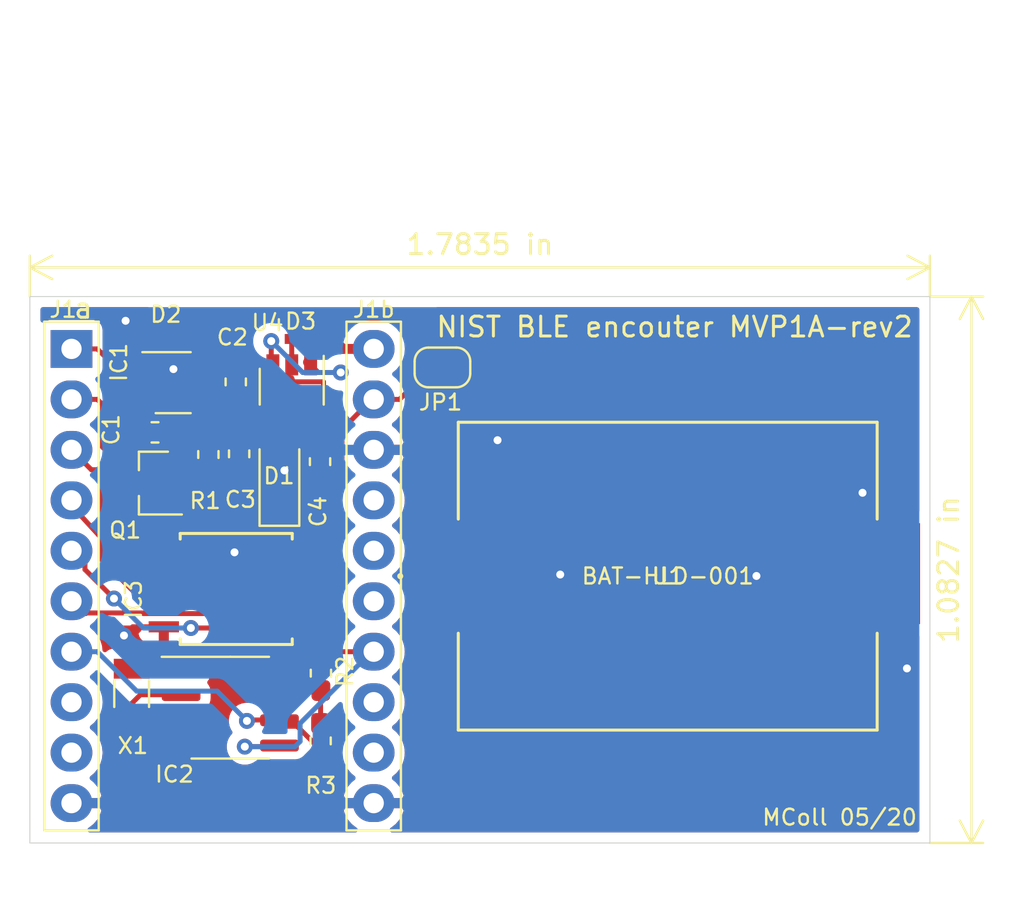
<source format=kicad_pcb>
(kicad_pcb (version 20171130) (host pcbnew "(5.1.5)-3")

  (general
    (thickness 1.6)
    (drawings 10)
    (tracks 240)
    (zones 0)
    (modules 19)
    (nets 28)
  )

  (page A4)
  (layers
    (0 F.Cu signal)
    (31 B.Cu signal)
    (32 B.Adhes user)
    (33 F.Adhes user)
    (34 B.Paste user)
    (35 F.Paste user)
    (36 B.SilkS user)
    (37 F.SilkS user)
    (38 B.Mask user)
    (39 F.Mask user)
    (40 Dwgs.User user)
    (41 Cmts.User user)
    (42 Eco1.User user)
    (43 Eco2.User user)
    (44 Edge.Cuts user)
    (45 Margin user)
    (46 B.CrtYd user)
    (47 F.CrtYd user)
    (48 B.Fab user hide)
    (49 F.Fab user)
  )

  (setup
    (last_trace_width 0.25)
    (user_trace_width 0.5)
    (trace_clearance 0.2)
    (zone_clearance 0.508)
    (zone_45_only no)
    (trace_min 0.2)
    (via_size 0.8)
    (via_drill 0.4)
    (via_min_size 0.4)
    (via_min_drill 0.3)
    (uvia_size 0.3)
    (uvia_drill 0.1)
    (uvias_allowed no)
    (uvia_min_size 0.2)
    (uvia_min_drill 0.1)
    (edge_width 0.05)
    (segment_width 0.2)
    (pcb_text_width 0.3)
    (pcb_text_size 1.5 1.5)
    (mod_edge_width 0.12)
    (mod_text_size 1 1)
    (mod_text_width 0.15)
    (pad_size 4.4 4.4)
    (pad_drill 2.2)
    (pad_to_mask_clearance 0.051)
    (solder_mask_min_width 0.25)
    (aux_axis_origin 0 0)
    (visible_elements 7FFFFFFF)
    (pcbplotparams
      (layerselection 0x010fc_ffffffff)
      (usegerberextensions false)
      (usegerberattributes false)
      (usegerberadvancedattributes false)
      (creategerberjobfile false)
      (excludeedgelayer true)
      (linewidth 0.100000)
      (plotframeref false)
      (viasonmask false)
      (mode 1)
      (useauxorigin false)
      (hpglpennumber 1)
      (hpglpenspeed 20)
      (hpglpendiameter 15.000000)
      (psnegative false)
      (psa4output false)
      (plotreference true)
      (plotvalue true)
      (plotinvisibletext false)
      (padsonsilk false)
      (subtractmaskfromsilk false)
      (outputformat 1)
      (mirror false)
      (drillshape 0)
      (scaleselection 1)
      (outputdirectory "gerbers/rev2/"))
  )

  (net 0 "")
  (net 1 GND)
  (net 2 /3V)
  (net 3 /5Vusb)
  (net 4 /VDD_3V)
  (net 5 /SDA)
  (net 6 /SCL)
  (net 7 /SCLK)
  (net 8 /SI)
  (net 9 /SO)
  (net 10 /CS)
  (net 11 /WP)
  (net 12 /RESET)
  (net 13 "Net-(IC1-Pad5)")
  (net 14 "Net-(IC1-Pad4)")
  (net 15 "Net-(IC2-Pad7)")
  (net 16 "Net-(IC2-Pad2)")
  (net 17 "Net-(IC2-Pad1)")
  (net 18 "Net-(J1-Pad17)")
  (net 19 "Net-(J1-Pad16)")
  (net 20 "Net-(J1-Pad15)")
  (net 21 "Net-(J1-Pad8)")
  (net 22 "Net-(J1-Pad13)")
  (net 23 "Net-(J1-Pad9)")
  (net 24 "Net-(J1-Pad12)")
  (net 25 "Net-(IC2-Pad3)")
  (net 26 "Net-(C3-Pad2)")
  (net 27 "Net-(U4-Pad4)")

  (net_class Default "This is the default net class."
    (clearance 0.2)
    (trace_width 0.25)
    (via_dia 0.8)
    (via_drill 0.4)
    (uvia_dia 0.3)
    (uvia_drill 0.1)
    (add_net /3V)
    (add_net /5Vusb)
    (add_net /CS)
    (add_net /RESET)
    (add_net /SCL)
    (add_net /SCLK)
    (add_net /SDA)
    (add_net /SI)
    (add_net /SO)
    (add_net /VDD_3V)
    (add_net /WP)
    (add_net GND)
    (add_net "Net-(C3-Pad2)")
    (add_net "Net-(IC1-Pad4)")
    (add_net "Net-(IC1-Pad5)")
    (add_net "Net-(IC2-Pad1)")
    (add_net "Net-(IC2-Pad2)")
    (add_net "Net-(IC2-Pad3)")
    (add_net "Net-(IC2-Pad7)")
    (add_net "Net-(J1-Pad12)")
    (add_net "Net-(J1-Pad13)")
    (add_net "Net-(J1-Pad15)")
    (add_net "Net-(J1-Pad16)")
    (add_net "Net-(J1-Pad17)")
    (add_net "Net-(J1-Pad8)")
    (add_net "Net-(J1-Pad9)")
    (add_net "Net-(U4-Pad4)")
  )

  (module Diode_SMD:D_SOD-123F (layer F.Cu) (tedit 5EBC911A) (tstamp 5E9CA151)
    (at 137.2616 85.83676 90)
    (descr D_SOD-123F)
    (tags D_SOD-123F)
    (path /5E9EFF12)
    (attr smd)
    (fp_text reference D1 (at 0.31 -0.02) (layer F.SilkS)
      (effects (font (size 0.8 0.8) (thickness 0.12)))
    )
    (fp_text value D_Schottky (at 0 2.1 90) (layer F.Fab)
      (effects (font (size 1 1) (thickness 0.15)))
    )
    (fp_line (start -2.2 -1) (end 1.65 -1) (layer F.SilkS) (width 0.12))
    (fp_line (start -2.2 1) (end 1.65 1) (layer F.SilkS) (width 0.12))
    (fp_line (start -2.2 -1.15) (end -2.2 1.15) (layer F.CrtYd) (width 0.05))
    (fp_line (start 2.75 1.15) (end -2.2 1.15) (layer F.CrtYd) (width 0.05))
    (fp_line (start 2.75 -1.15) (end 2.75 1.15) (layer F.CrtYd) (width 0.05))
    (fp_line (start -2.2 -1.15) (end 2.75 -1.15) (layer F.CrtYd) (width 0.05))
    (fp_line (start -1.4 -0.9) (end 1.4 -0.9) (layer F.Fab) (width 0.1))
    (fp_line (start 1.4 -0.9) (end 1.4 0.9) (layer F.Fab) (width 0.1))
    (fp_line (start 1.4 0.9) (end -1.4 0.9) (layer F.Fab) (width 0.1))
    (fp_line (start -1.4 0.9) (end -1.4 -0.9) (layer F.Fab) (width 0.1))
    (fp_line (start -0.75 0) (end -0.35 0) (layer F.Fab) (width 0.1))
    (fp_line (start -0.35 0) (end -0.35 -0.55) (layer F.Fab) (width 0.1))
    (fp_line (start -0.35 0) (end -0.35 0.55) (layer F.Fab) (width 0.1))
    (fp_line (start -0.35 0) (end 0.25 -0.4) (layer F.Fab) (width 0.1))
    (fp_line (start 0.25 -0.4) (end 0.25 0.4) (layer F.Fab) (width 0.1))
    (fp_line (start 0.25 0.4) (end -0.35 0) (layer F.Fab) (width 0.1))
    (fp_line (start 0.25 0) (end 0.75 0) (layer F.Fab) (width 0.1))
    (fp_line (start -2.2 -1) (end -2.2 1) (layer F.SilkS) (width 0.12))
    (fp_text user %R (at -0.127 -1.905 90) (layer F.Fab)
      (effects (font (size 1 1) (thickness 0.15)))
    )
    (pad 2 smd rect (at 1.95 0 90) (size 1.1 1.1) (layers F.Cu F.Paste F.Mask)
      (net 26 "Net-(C3-Pad2)"))
    (pad 1 smd rect (at -1.4 0 90) (size 1.1 1.1) (layers F.Cu F.Paste F.Mask)
      (net 4 /VDD_3V))
    (model ${KISYS3DMOD}/Diode_SMD.3dshapes/D_SOD-123F.wrl
      (at (xyz 0 0 0))
      (scale (xyz 1 1 1))
      (rotate (xyz 0 0 0))
    )
  )

  (module 0my_footprints:Nordic_nRF52840_FeatherHeader (layer F.Cu) (tedit 5EB481B3) (tstamp 5E9EFA9F)
    (at 126.7968 79.1337)
    (descr "32-bit microcontroller module with WiFi, https://www.adafruit.com/product/2471")
    (tags "ESP8266 WiFi microcontroller")
    (path /5EA6E901)
    (fp_text reference J1 (at -0.42164 -1.98374) (layer F.SilkS)
      (effects (font (size 0.8 0.8) (thickness 0.12)))
    )
    (fp_text value Nordic_nRF52840_breakout (at -2.75 12 90) (layer F.Fab)
      (effects (font (size 1 1) (thickness 0.15)))
    )
    (fp_text user "BLE ANTENNA" (at 7.3 25.08) (layer Cmts.User)
      (effects (font (size 1 1) (thickness 0.15)))
    )
    (fp_line (start 2.33 28.16) (end 2.33 25.92) (layer Dwgs.User) (width 0.12))
    (fp_line (start 4.14 28.16) (end 2.33 28.16) (layer Dwgs.User) (width 0.12))
    (fp_line (start 4.14 26) (end 4.14 28.16) (layer Dwgs.User) (width 0.12))
    (fp_line (start 5.99 26) (end 4.14 26) (layer Dwgs.User) (width 0.12))
    (fp_line (start 5.99 28.14) (end 5.99 26) (layer Dwgs.User) (width 0.12))
    (fp_line (start 7.72 28.14) (end 5.99 28.14) (layer Dwgs.User) (width 0.12))
    (fp_line (start 7.72 25.98) (end 7.72 28.14) (layer Dwgs.User) (width 0.12))
    (fp_line (start 9.6 25.98) (end 7.72 25.98) (layer Dwgs.User) (width 0.12))
    (fp_line (start 9.6 28.14) (end 9.6 25.98) (layer Dwgs.User) (width 0.12))
    (fp_line (start 11.48 28.14) (end 9.6 28.14) (layer Dwgs.User) (width 0.12))
    (fp_line (start 11.48 22.35) (end 11.48 28.14) (layer Dwgs.User) (width 0.12))
    (fp_line (start 13.64 -17.5) (end 1.6 -17.5) (layer Dwgs.User) (width 0.12))
    (fp_line (start 13.64 -3.1) (end 13.64 -17.5) (layer Dwgs.User) (width 0.12))
    (fp_line (start 1.6 -3.1) (end 1.6 -17.5) (layer Dwgs.User) (width 0.12))
    (fp_line (start 15.24 -1.5) (end 13.64 -3.1) (layer Dwgs.User) (width 0.12))
    (fp_line (start 0 -1.5) (end 1.6 -3.1) (layer Dwgs.User) (width 0.12))
    (fp_line (start 15.24 28.5) (end 0 28.5) (layer Dwgs.User) (width 0.12))
    (fp_line (start 15.24 -1.5) (end 15.24 28.5) (layer Dwgs.User) (width 0.12))
    (fp_line (start 0 -1.5) (end 0 28.5) (layer Dwgs.User) (width 0.12))
    (fp_line (start 13.39 -1.75) (end 13.39 24.5) (layer F.CrtYd) (width 0.12))
    (fp_line (start 16.89 -1.75) (end 13.39 -1.75) (layer F.CrtYd) (width 0.12))
    (fp_line (start 16.89 24.5) (end 16.89 -1.75) (layer F.CrtYd) (width 0.12))
    (fp_line (start 13.39 24.5) (end 16.89 24.5) (layer F.CrtYd) (width 0.12))
    (fp_line (start -1.75 -1.75) (end -1.75 24.5) (layer F.CrtYd) (width 0.12))
    (fp_line (start 1.75 -1.75) (end -1.75 -1.75) (layer F.CrtYd) (width 0.12))
    (fp_line (start 1.75 24.5) (end 1.75 -1.75) (layer F.CrtYd) (width 0.12))
    (fp_line (start -1.75 24.5) (end 1.75 24.5) (layer F.CrtYd) (width 0.12))
    (fp_line (start -1.37 -1.37) (end -1.37 24.23) (layer F.SilkS) (width 0.12))
    (fp_line (start -1.37 24.23) (end 1.37 24.23) (layer F.SilkS) (width 0.12))
    (fp_line (start 1.37 24.23) (end 1.37 -1.37) (layer F.SilkS) (width 0.12))
    (fp_line (start 1.37 -1.37) (end -1.37 -1.37) (layer F.SilkS) (width 0.12))
    (fp_line (start 13.84 -1.37) (end 13.84 24.23) (layer F.SilkS) (width 0.12))
    (fp_line (start 13.84 24.23) (end 16.58 24.23) (layer F.SilkS) (width 0.12))
    (fp_line (start 16.58 24.23) (end 16.58 -1.37) (layer F.SilkS) (width 0.12))
    (fp_line (start 16.58 -1.37) (end 13.84 -1.37) (layer F.SilkS) (width 0.12))
    (fp_text user %R (at -0.25 -2.25) (layer F.Fab)
      (effects (font (size 1 1) (thickness 0.15)))
    )
    (pad 1 thru_hole rect (at 0 0) (size 2.1 1.9) (drill 1.02) (layers *.Cu *.Mask)
      (net 10 /CS))
    (pad 20 thru_hole oval (at 15.21 0) (size 2.1 1.9) (drill 1.02) (layers *.Cu *.Mask)
      (net 3 /5Vusb))
    (pad 2 thru_hole oval (at 0 2.54) (size 2.1 1.9) (drill 1.02) (layers *.Cu *.Mask)
      (net 9 /SO))
    (pad 19 thru_hole oval (at 15.21 2.54) (size 2.1 1.9) (drill 1.02) (layers *.Cu *.Mask)
      (net 4 /VDD_3V))
    (pad 3 thru_hole oval (at 0 5.08) (size 2.1 1.9) (drill 1.02) (layers *.Cu *.Mask)
      (net 7 /SCLK))
    (pad 18 thru_hole oval (at 15.21 5.08) (size 2.1 1.9) (drill 1.02) (layers *.Cu *.Mask)
      (net 1 GND))
    (pad 4 thru_hole oval (at 0 7.62) (size 2.1 1.9) (drill 1.02) (layers *.Cu *.Mask)
      (net 11 /WP))
    (pad 17 thru_hole oval (at 15.21 7.62) (size 2.1 1.9) (drill 1.02) (layers *.Cu *.Mask)
      (net 18 "Net-(J1-Pad17)"))
    (pad 5 thru_hole oval (at 0 10.16) (size 2.1 1.9) (drill 1.02) (layers *.Cu *.Mask)
      (net 8 /SI))
    (pad 16 thru_hole oval (at 15.21 10.16) (size 2.1 1.9) (drill 1.02) (layers *.Cu *.Mask)
      (net 19 "Net-(J1-Pad16)"))
    (pad 6 thru_hole oval (at 0 12.7) (size 2.1 1.9) (drill 1.02) (layers *.Cu *.Mask)
      (net 12 /RESET))
    (pad 15 thru_hole oval (at 15.21 12.7) (size 2.1 1.9) (drill 1.02) (layers *.Cu *.Mask)
      (net 20 "Net-(J1-Pad15)"))
    (pad 7 thru_hole oval (at 0 15.24) (size 2.1 1.9) (drill 1.02) (layers *.Cu *.Mask)
      (net 6 /SCL))
    (pad 14 thru_hole oval (at 15.21 15.24) (size 2.1 1.9) (drill 1.02) (layers *.Cu *.Mask)
      (net 5 /SDA))
    (pad 8 thru_hole oval (at 0 17.78) (size 2.1 1.9) (drill 1.02) (layers *.Cu *.Mask)
      (net 21 "Net-(J1-Pad8)"))
    (pad 13 thru_hole oval (at 15.21 17.78) (size 2.1 1.9) (drill 1.02) (layers *.Cu *.Mask)
      (net 22 "Net-(J1-Pad13)"))
    (pad 9 thru_hole oval (at 0 20.32) (size 2.1 1.9) (drill 1.02) (layers *.Cu *.Mask)
      (net 23 "Net-(J1-Pad9)"))
    (pad 12 thru_hole oval (at 15.21 20.32) (size 2.1 1.9) (drill 1.02) (layers *.Cu *.Mask)
      (net 24 "Net-(J1-Pad12)"))
    (pad 10 thru_hole oval (at 0 22.86) (size 2.1 1.9) (drill 1.02) (layers *.Cu *.Mask)
      (net 1 GND))
    (pad 11 thru_hole oval (at 15.21 22.86) (size 2.1 1.9) (drill 1.02) (layers *.Cu *.Mask)
      (net 1 GND))
    (model ${KISYS3DMOD}/Module.3dshapes/Adafruit_HUZZAH_ESP8266_breakout.wrl
      (at (xyz 0 0 0))
      (scale (xyz 1 1 1))
      (rotate (xyz 0 0 0))
    )
  )

  (module 0my_footprints:MX25R6435FM2IL0 (layer F.Cu) (tedit 5EA0AA01) (tstamp 5EA09D61)
    (at 135.08736 91.21572)
    (path /5E9F9A1A)
    (attr smd)
    (fp_text reference IC3 (at -5.16636 0.524 90) (layer F.SilkS)
      (effects (font (size 0.8 0.8) (thickness 0.12)))
    )
    (fp_text value MX25R6435FM2IL0 (at 0 0) (layer F.SilkS) hide
      (effects (font (size 0.8 0.8) (thickness 0.12)))
    )
    (fp_arc (start 0 -2.667) (end 0.3048 -2.667) (angle 180) (layer F.Fab) (width 0.1524))
    (fp_line (start -2.9464 2.4384) (end -4.6609 2.4384) (layer F.CrtYd) (width 0.1524))
    (fp_line (start -2.9464 2.921) (end -2.9464 2.4384) (layer F.CrtYd) (width 0.1524))
    (fp_line (start 2.9464 2.921) (end -2.9464 2.921) (layer F.CrtYd) (width 0.1524))
    (fp_line (start 2.9464 2.4384) (end 2.9464 2.921) (layer F.CrtYd) (width 0.1524))
    (fp_line (start 4.6609 2.4384) (end 2.9464 2.4384) (layer F.CrtYd) (width 0.1524))
    (fp_line (start 4.6609 -2.4384) (end 4.6609 2.4384) (layer F.CrtYd) (width 0.1524))
    (fp_line (start 2.9464 -2.4384) (end 4.6609 -2.4384) (layer F.CrtYd) (width 0.1524))
    (fp_line (start 2.9464 -2.921) (end 2.9464 -2.4384) (layer F.CrtYd) (width 0.1524))
    (fp_line (start -2.9464 -2.921) (end 2.9464 -2.921) (layer F.CrtYd) (width 0.1524))
    (fp_line (start -2.9464 -2.4384) (end -2.9464 -2.921) (layer F.CrtYd) (width 0.1524))
    (fp_line (start -4.6609 -2.4384) (end -2.9464 -2.4384) (layer F.CrtYd) (width 0.1524))
    (fp_line (start -4.6609 2.4384) (end -4.6609 -2.4384) (layer F.CrtYd) (width 0.1524))
    (fp_line (start 2.8194 -2.511025) (end 2.8194 -2.794) (layer F.SilkS) (width 0.1524))
    (fp_line (start -2.8194 2.511025) (end -2.8194 2.794) (layer F.SilkS) (width 0.1524))
    (fp_line (start -2.6924 -2.667) (end -2.6924 2.667) (layer F.Fab) (width 0.1524))
    (fp_line (start 2.6924 -2.667) (end -2.6924 -2.667) (layer F.Fab) (width 0.1524))
    (fp_line (start 2.6924 2.667) (end 2.6924 -2.667) (layer F.Fab) (width 0.1524))
    (fp_line (start -2.6924 2.667) (end 2.6924 2.667) (layer F.Fab) (width 0.1524))
    (fp_line (start -2.8194 -2.794) (end -2.8194 -2.511025) (layer F.SilkS) (width 0.1524))
    (fp_line (start 2.8194 -2.794) (end -2.8194 -2.794) (layer F.SilkS) (width 0.1524))
    (fp_line (start 2.8194 2.794) (end 2.8194 2.511025) (layer F.SilkS) (width 0.1524))
    (fp_line (start -2.8194 2.794) (end 2.8194 2.794) (layer F.SilkS) (width 0.1524))
    (fp_line (start 4.0513 -2.159) (end 2.6924 -2.159) (layer F.Fab) (width 0.1524))
    (fp_line (start 4.0513 -1.651) (end 4.0513 -2.159) (layer F.Fab) (width 0.1524))
    (fp_line (start 2.6924 -1.651) (end 4.0513 -1.651) (layer F.Fab) (width 0.1524))
    (fp_line (start 2.6924 -2.159) (end 2.6924 -1.651) (layer F.Fab) (width 0.1524))
    (fp_line (start 4.0513 -0.889) (end 2.6924 -0.889) (layer F.Fab) (width 0.1524))
    (fp_line (start 4.0513 -0.381) (end 4.0513 -0.889) (layer F.Fab) (width 0.1524))
    (fp_line (start 2.6924 -0.381) (end 4.0513 -0.381) (layer F.Fab) (width 0.1524))
    (fp_line (start 2.6924 -0.889) (end 2.6924 -0.381) (layer F.Fab) (width 0.1524))
    (fp_line (start 4.0513 0.381) (end 2.6924 0.381) (layer F.Fab) (width 0.1524))
    (fp_line (start 4.0513 0.889) (end 4.0513 0.381) (layer F.Fab) (width 0.1524))
    (fp_line (start 2.6924 0.889) (end 4.0513 0.889) (layer F.Fab) (width 0.1524))
    (fp_line (start 2.6924 0.381) (end 2.6924 0.889) (layer F.Fab) (width 0.1524))
    (fp_line (start 4.0513 1.651) (end 2.6924 1.651) (layer F.Fab) (width 0.1524))
    (fp_line (start 4.0513 2.159) (end 4.0513 1.651) (layer F.Fab) (width 0.1524))
    (fp_line (start 2.6924 2.159) (end 4.0513 2.159) (layer F.Fab) (width 0.1524))
    (fp_line (start 2.6924 1.651) (end 2.6924 2.159) (layer F.Fab) (width 0.1524))
    (fp_line (start -4.0513 2.159) (end -2.6924 2.159) (layer F.Fab) (width 0.1524))
    (fp_line (start -4.0513 1.651) (end -4.0513 2.159) (layer F.Fab) (width 0.1524))
    (fp_line (start -2.6924 1.651) (end -4.0513 1.651) (layer F.Fab) (width 0.1524))
    (fp_line (start -2.6924 2.159) (end -2.6924 1.651) (layer F.Fab) (width 0.1524))
    (fp_line (start -4.0513 0.889) (end -2.6924 0.889) (layer F.Fab) (width 0.1524))
    (fp_line (start -4.0513 0.381) (end -4.0513 0.889) (layer F.Fab) (width 0.1524))
    (fp_line (start -2.6924 0.381) (end -4.0513 0.381) (layer F.Fab) (width 0.1524))
    (fp_line (start -2.6924 0.889) (end -2.6924 0.381) (layer F.Fab) (width 0.1524))
    (fp_line (start -4.0513 -0.381) (end -2.6924 -0.381) (layer F.Fab) (width 0.1524))
    (fp_line (start -4.0513 -0.889) (end -4.0513 -0.381) (layer F.Fab) (width 0.1524))
    (fp_line (start -2.6924 -0.889) (end -4.0513 -0.889) (layer F.Fab) (width 0.1524))
    (fp_line (start -2.6924 -0.381) (end -2.6924 -0.889) (layer F.Fab) (width 0.1524))
    (fp_line (start -4.0513 -1.651) (end -2.6924 -1.651) (layer F.Fab) (width 0.1524))
    (fp_line (start -4.0513 -2.159) (end -4.0513 -1.651) (layer F.Fab) (width 0.1524))
    (fp_line (start -2.6924 -2.159) (end -4.0513 -2.159) (layer F.Fab) (width 0.1524))
    (fp_line (start -2.6924 -1.651) (end -2.6924 -2.159) (layer F.Fab) (width 0.1524))
    (fp_text user * (at -2.3114 -2.5908) (layer F.Fab) hide
      (effects (font (size 1 1) (thickness 0.15)))
    )
    (fp_text user * (at -3.8989 -3.6068) (layer F.SilkS) hide
      (effects (font (size 0.8 0.8) (thickness 0.12)))
    )
    (fp_text user * (at -2.3114 -2.5908) (layer F.Fab) hide
      (effects (font (size 1 1) (thickness 0.15)))
    )
    (fp_text user * (at -3.8989 -3.6068) (layer F.SilkS) hide
      (effects (font (size 0.8 0.8) (thickness 0.12)))
    )
    (fp_text user "Copyright 2016 Accelerated Designs. All rights reserved." (at 0 0) (layer Cmts.User) hide
      (effects (font (size 0.127 0.127) (thickness 0.002)))
    )
    (pad 8 smd rect (at 3.6449 -1.905) (size 1.524 0.5588) (layers F.Cu F.Paste F.Mask)
      (net 4 /VDD_3V))
    (pad 7 smd rect (at 3.6449 -0.635) (size 1.524 0.5588) (layers F.Cu F.Paste F.Mask)
      (net 12 /RESET))
    (pad 6 smd rect (at 3.6449 0.635) (size 1.524 0.5588) (layers F.Cu F.Paste F.Mask)
      (net 7 /SCLK))
    (pad 5 smd rect (at 3.6449 1.905) (size 1.524 0.5588) (layers F.Cu F.Paste F.Mask)
      (net 8 /SI))
    (pad 4 smd rect (at -3.6449 1.905) (size 1.524 0.5588) (layers F.Cu F.Paste F.Mask)
      (net 1 GND))
    (pad 3 smd rect (at -3.6449 0.635) (size 1.524 0.5588) (layers F.Cu F.Paste F.Mask)
      (net 11 /WP))
    (pad 2 smd rect (at -3.6449 -0.635) (size 1.524 0.5588) (layers F.Cu F.Paste F.Mask)
      (net 9 /SO))
    (pad 1 smd rect (at -3.6449 -1.905) (size 1.524 0.5588) (layers F.Cu F.Paste F.Mask)
      (net 10 /CS))
  )

  (module Package_TO_SOT_SMD:SOT-23 (layer F.Cu) (tedit 5A02FF57) (tstamp 5E9CA1CC)
    (at 130.9497 85.8868 180)
    (descr "SOT-23, Standard")
    (tags SOT-23)
    (path /5E9CEE32)
    (attr smd)
    (fp_text reference Q1 (at 1.45542 -2.37312 180) (layer F.SilkS)
      (effects (font (size 0.8 0.8) (thickness 0.12)))
    )
    (fp_text value Si2307CDS (at 0 2.5) (layer F.Fab)
      (effects (font (size 1 1) (thickness 0.15)))
    )
    (fp_line (start 0.76 1.58) (end -0.7 1.58) (layer F.SilkS) (width 0.12))
    (fp_line (start 0.76 -1.58) (end -1.4 -1.58) (layer F.SilkS) (width 0.12))
    (fp_line (start -1.7 1.75) (end -1.7 -1.75) (layer F.CrtYd) (width 0.05))
    (fp_line (start 1.7 1.75) (end -1.7 1.75) (layer F.CrtYd) (width 0.05))
    (fp_line (start 1.7 -1.75) (end 1.7 1.75) (layer F.CrtYd) (width 0.05))
    (fp_line (start -1.7 -1.75) (end 1.7 -1.75) (layer F.CrtYd) (width 0.05))
    (fp_line (start 0.76 -1.58) (end 0.76 -0.65) (layer F.SilkS) (width 0.12))
    (fp_line (start 0.76 1.58) (end 0.76 0.65) (layer F.SilkS) (width 0.12))
    (fp_line (start -0.7 1.52) (end 0.7 1.52) (layer F.Fab) (width 0.1))
    (fp_line (start 0.7 -1.52) (end 0.7 1.52) (layer F.Fab) (width 0.1))
    (fp_line (start -0.7 -0.95) (end -0.15 -1.52) (layer F.Fab) (width 0.1))
    (fp_line (start -0.15 -1.52) (end 0.7 -1.52) (layer F.Fab) (width 0.1))
    (fp_line (start -0.7 -0.95) (end -0.7 1.5) (layer F.Fab) (width 0.1))
    (fp_text user %R (at 0 0 90) (layer F.Fab)
      (effects (font (size 0.5 0.5) (thickness 0.075)))
    )
    (pad 3 smd rect (at 1 0 180) (size 0.9 0.8) (layers F.Cu F.Paste F.Mask)
      (net 2 /3V))
    (pad 2 smd rect (at -1 0.95 180) (size 0.9 0.8) (layers F.Cu F.Paste F.Mask)
      (net 4 /VDD_3V))
    (pad 1 smd rect (at -1 -0.95 180) (size 0.9 0.8) (layers F.Cu F.Paste F.Mask)
      (net 13 "Net-(IC1-Pad5)"))
    (model ${KISYS3DMOD}/Package_TO_SOT_SMD.3dshapes/SOT-23.wrl
      (at (xyz 0 0 0))
      (scale (xyz 1 1 1))
      (rotate (xyz 0 0 0))
    )
  )

  (module Crystal:Crystal_SMD_3215-2Pin_3.2x1.5mm (layer F.Cu) (tedit 5A0FD1B2) (tstamp 5EB22798)
    (at 129.82448 96.47936 90)
    (descr "SMD Crystal FC-135 https://support.epson.biz/td/api/doc_check.php?dl=brief_FC-135R_en.pdf")
    (tags "SMD SMT Crystal")
    (path /5EB305AF)
    (attr smd)
    (fp_text reference X1 (at -2.62636 0.06096) (layer F.SilkS)
      (effects (font (size 0.8 0.8) (thickness 0.12)))
    )
    (fp_text value 32.768KHZ (at 0 2 90) (layer F.Fab)
      (effects (font (size 1 1) (thickness 0.15)))
    )
    (fp_text user %R (at 0 -2 90) (layer F.Fab)
      (effects (font (size 1 1) (thickness 0.15)))
    )
    (fp_line (start -2 -1.15) (end 2 -1.15) (layer F.CrtYd) (width 0.05))
    (fp_line (start -1.6 -0.75) (end -1.6 0.75) (layer F.Fab) (width 0.1))
    (fp_line (start -0.675 0.875) (end 0.675 0.875) (layer F.SilkS) (width 0.12))
    (fp_line (start -0.675 -0.875) (end 0.675 -0.875) (layer F.SilkS) (width 0.12))
    (fp_line (start 1.6 -0.75) (end 1.6 0.75) (layer F.Fab) (width 0.1))
    (fp_line (start -1.6 -0.75) (end 1.6 -0.75) (layer F.Fab) (width 0.1))
    (fp_line (start -1.6 0.75) (end 1.6 0.75) (layer F.Fab) (width 0.1))
    (fp_line (start -2 1.15) (end 2 1.15) (layer F.CrtYd) (width 0.05))
    (fp_line (start -2 -1.15) (end -2 1.15) (layer F.CrtYd) (width 0.05))
    (fp_line (start 2 -1.15) (end 2 1.15) (layer F.CrtYd) (width 0.05))
    (pad 1 smd rect (at 1.25 0 90) (size 1 1.8) (layers F.Cu F.Paste F.Mask)
      (net 17 "Net-(IC2-Pad1)"))
    (pad 2 smd rect (at -1.25 0 90) (size 1 1.8) (layers F.Cu F.Paste F.Mask)
      (net 16 "Net-(IC2-Pad2)"))
    (model ${KISYS3DMOD}/Crystal.3dshapes/Crystal_SMD_3215-2Pin_3.2x1.5mm.wrl
      (at (xyz 0 0 0))
      (scale (xyz 1 1 1))
      (rotate (xyz 0 0 0))
    )
  )

  (module 0my_footprints:ESD401DPYR (layer F.Cu) (tedit 0) (tstamp 5EA33B8B)
    (at 138.3284 78.63332 180)
    (path /5EA4E7E7)
    (attr smd)
    (fp_text reference D3 (at 0 0.889) (layer F.SilkS)
      (effects (font (size 0.8 0.8) (thickness 0.12)))
    )
    (fp_text value ESD401 (at 0 0) (layer F.SilkS) hide
      (effects (font (size 0.8 0.8) (thickness 0.12)))
    )
    (fp_line (start -0.550001 0.350002) (end -0.550001 -0.350002) (layer F.Fab) (width 0.1524))
    (fp_line (start -0.550001 0.350002) (end 0.550001 0.350002) (layer F.Fab) (width 0.1524))
    (fp_line (start 0.550001 0.350002) (end 0.550001 -0.350002) (layer F.Fab) (width 0.1524))
    (fp_line (start -0.550001 -0.350002) (end 0.550001 -0.350002) (layer F.Fab) (width 0.1524))
    (pad 1 smd rect (at -0.499999 0 180) (size 0.599999 0.499999) (layers F.Cu F.Paste F.Mask)
      (net 3 /5Vusb))
    (pad 2 smd rect (at 0.499999 0 180) (size 0.599999 0.499999) (layers F.Cu F.Paste F.Mask)
      (net 1 GND))
  )

  (module 0my_footprints:ESD401DPYR (layer F.Cu) (tedit 0) (tstamp 5EA33B7B)
    (at 131.5212 78.3811 180)
    (path /5EA48F38)
    (attr smd)
    (fp_text reference D2 (at -0.0254 0.98222) (layer F.SilkS)
      (effects (font (size 0.8 0.8) (thickness 0.12)))
    )
    (fp_text value ESD401 (at 0 0) (layer F.SilkS) hide
      (effects (font (size 0.8 0.8) (thickness 0.12)))
    )
    (fp_line (start -0.550001 0.350002) (end -0.550001 -0.350002) (layer F.Fab) (width 0.1524))
    (fp_line (start -0.550001 0.350002) (end 0.550001 0.350002) (layer F.Fab) (width 0.1524))
    (fp_line (start 0.550001 0.350002) (end 0.550001 -0.350002) (layer F.Fab) (width 0.1524))
    (fp_line (start -0.550001 -0.350002) (end 0.550001 -0.350002) (layer F.Fab) (width 0.1524))
    (pad 1 smd rect (at -0.499999 0 180) (size 0.599999 0.499999) (layers F.Cu F.Paste F.Mask)
      (net 1 GND))
    (pad 2 smd rect (at 0.499999 0 180) (size 0.599999 0.499999) (layers F.Cu F.Paste F.Mask)
      (net 2 /3V))
  )

  (module Capacitor_SMD:C_0603_1608Metric_Pad1.05x0.95mm_HandSolder (layer F.Cu) (tedit 5B301BBE) (tstamp 5E9CA104)
    (at 139.3063 84.8073 90)
    (descr "Capacitor SMD 0603 (1608 Metric), square (rectangular) end terminal, IPC_7351 nominal with elongated pad for handsoldering. (Body size source: http://www.tortai-tech.com/upload/download/2011102023233369053.pdf), generated with kicad-footprint-generator")
    (tags "capacitor handsolder")
    (path /5E9D2D00)
    (attr smd)
    (fp_text reference C4 (at -2.51206 -0.09906 90) (layer F.SilkS)
      (effects (font (size 0.8 0.8) (thickness 0.12)))
    )
    (fp_text value 0.1uF (at 0 1.43 90) (layer F.Fab)
      (effects (font (size 1 1) (thickness 0.15)))
    )
    (fp_text user %R (at 0 0 90) (layer F.Fab)
      (effects (font (size 0.4 0.4) (thickness 0.06)))
    )
    (fp_line (start 1.65 0.73) (end -1.65 0.73) (layer F.CrtYd) (width 0.05))
    (fp_line (start 1.65 -0.73) (end 1.65 0.73) (layer F.CrtYd) (width 0.05))
    (fp_line (start -1.65 -0.73) (end 1.65 -0.73) (layer F.CrtYd) (width 0.05))
    (fp_line (start -1.65 0.73) (end -1.65 -0.73) (layer F.CrtYd) (width 0.05))
    (fp_line (start -0.171267 0.51) (end 0.171267 0.51) (layer F.SilkS) (width 0.12))
    (fp_line (start -0.171267 -0.51) (end 0.171267 -0.51) (layer F.SilkS) (width 0.12))
    (fp_line (start 0.8 0.4) (end -0.8 0.4) (layer F.Fab) (width 0.1))
    (fp_line (start 0.8 -0.4) (end 0.8 0.4) (layer F.Fab) (width 0.1))
    (fp_line (start -0.8 -0.4) (end 0.8 -0.4) (layer F.Fab) (width 0.1))
    (fp_line (start -0.8 0.4) (end -0.8 -0.4) (layer F.Fab) (width 0.1))
    (pad 2 smd roundrect (at 0.875 0 90) (size 1.05 0.95) (layers F.Cu F.Paste F.Mask) (roundrect_rratio 0.25)
      (net 1 GND))
    (pad 1 smd roundrect (at -0.875 0 90) (size 1.05 0.95) (layers F.Cu F.Paste F.Mask) (roundrect_rratio 0.25)
      (net 4 /VDD_3V))
    (model ${KISYS3DMOD}/Capacitor_SMD.3dshapes/C_0603_1608Metric.wrl
      (at (xyz 0 0 0))
      (scale (xyz 1 1 1))
      (rotate (xyz 0 0 0))
    )
  )

  (module Jumper:SolderJumper-2_P1.3mm_Open_RoundedPad1.0x1.5mm (layer F.Cu) (tedit 5B391E66) (tstamp 5EA0DB93)
    (at 145.4658 80.06588 180)
    (descr "SMD Solder Jumper, 1x1.5mm, rounded Pads, 0.3mm gap, open")
    (tags "solder jumper open")
    (path /5EA10100)
    (attr virtual)
    (fp_text reference JP1 (at 0.09652 -1.7526) (layer F.SilkS)
      (effects (font (size 0.8 0.8) (thickness 0.12)))
    )
    (fp_text value Jumper_2_Open (at 0 1.9) (layer F.Fab)
      (effects (font (size 1 1) (thickness 0.15)))
    )
    (fp_line (start 1.65 1.25) (end -1.65 1.25) (layer F.CrtYd) (width 0.05))
    (fp_line (start 1.65 1.25) (end 1.65 -1.25) (layer F.CrtYd) (width 0.05))
    (fp_line (start -1.65 -1.25) (end -1.65 1.25) (layer F.CrtYd) (width 0.05))
    (fp_line (start -1.65 -1.25) (end 1.65 -1.25) (layer F.CrtYd) (width 0.05))
    (fp_line (start -0.7 -1) (end 0.7 -1) (layer F.SilkS) (width 0.12))
    (fp_line (start 1.4 -0.3) (end 1.4 0.3) (layer F.SilkS) (width 0.12))
    (fp_line (start 0.7 1) (end -0.7 1) (layer F.SilkS) (width 0.12))
    (fp_line (start -1.4 0.3) (end -1.4 -0.3) (layer F.SilkS) (width 0.12))
    (fp_arc (start -0.7 -0.3) (end -0.7 -1) (angle -90) (layer F.SilkS) (width 0.12))
    (fp_arc (start -0.7 0.3) (end -1.4 0.3) (angle -90) (layer F.SilkS) (width 0.12))
    (fp_arc (start 0.7 0.3) (end 0.7 1) (angle -90) (layer F.SilkS) (width 0.12))
    (fp_arc (start 0.7 -0.3) (end 1.4 -0.3) (angle -90) (layer F.SilkS) (width 0.12))
    (pad 2 smd custom (at 0.65 0 180) (size 1 0.5) (layers F.Cu F.Mask)
      (net 4 /VDD_3V) (zone_connect 2)
      (options (clearance outline) (anchor rect))
      (primitives
        (gr_circle (center 0 0.25) (end 0.5 0.25) (width 0))
        (gr_circle (center 0 -0.25) (end 0.5 -0.25) (width 0))
        (gr_poly (pts
           (xy 0 -0.75) (xy -0.5 -0.75) (xy -0.5 0.75) (xy 0 0.75)) (width 0))
      ))
    (pad 1 smd custom (at -0.65 0 180) (size 1 0.5) (layers F.Cu F.Mask)
      (net 2 /3V) (zone_connect 2)
      (options (clearance outline) (anchor rect))
      (primitives
        (gr_circle (center 0 0.25) (end 0.5 0.25) (width 0))
        (gr_circle (center 0 -0.25) (end 0.5 -0.25) (width 0))
        (gr_poly (pts
           (xy 0 -0.75) (xy 0.5 -0.75) (xy 0.5 0.75) (xy 0 0.75)) (width 0))
      ))
  )

  (module Resistor_SMD:R_0603_1608Metric_Pad1.05x0.95mm_HandSolder (layer F.Cu) (tedit 5B301BBD) (tstamp 5EA0A648)
    (at 139.33424 98.86188 270)
    (descr "Resistor SMD 0603 (1608 Metric), square (rectangular) end terminal, IPC_7351 nominal with elongated pad for handsoldering. (Body size source: http://www.tortai-tech.com/upload/download/2011102023233369053.pdf), generated with kicad-footprint-generator")
    (tags "resistor handsolder")
    (path /5EA074F4)
    (attr smd)
    (fp_text reference R3 (at 2.24536 -0.01016 180) (layer F.SilkS)
      (effects (font (size 0.8 0.8) (thickness 0.12)))
    )
    (fp_text value 10K (at 0 1.43 90) (layer F.Fab)
      (effects (font (size 1 1) (thickness 0.15)))
    )
    (fp_text user %R (at 0 0 90) (layer F.Fab)
      (effects (font (size 0.4 0.4) (thickness 0.06)))
    )
    (fp_line (start 1.65 0.73) (end -1.65 0.73) (layer F.CrtYd) (width 0.05))
    (fp_line (start 1.65 -0.73) (end 1.65 0.73) (layer F.CrtYd) (width 0.05))
    (fp_line (start -1.65 -0.73) (end 1.65 -0.73) (layer F.CrtYd) (width 0.05))
    (fp_line (start -1.65 0.73) (end -1.65 -0.73) (layer F.CrtYd) (width 0.05))
    (fp_line (start -0.171267 0.51) (end 0.171267 0.51) (layer F.SilkS) (width 0.12))
    (fp_line (start -0.171267 -0.51) (end 0.171267 -0.51) (layer F.SilkS) (width 0.12))
    (fp_line (start 0.8 0.4) (end -0.8 0.4) (layer F.Fab) (width 0.1))
    (fp_line (start 0.8 -0.4) (end 0.8 0.4) (layer F.Fab) (width 0.1))
    (fp_line (start -0.8 -0.4) (end 0.8 -0.4) (layer F.Fab) (width 0.1))
    (fp_line (start -0.8 0.4) (end -0.8 -0.4) (layer F.Fab) (width 0.1))
    (pad 2 smd roundrect (at 0.875 0 270) (size 1.05 0.95) (layers F.Cu F.Paste F.Mask) (roundrect_rratio 0.25)
      (net 6 /SCL))
    (pad 1 smd roundrect (at -0.875 0 270) (size 1.05 0.95) (layers F.Cu F.Paste F.Mask) (roundrect_rratio 0.25)
      (net 4 /VDD_3V))
    (model ${KISYS3DMOD}/Resistor_SMD.3dshapes/R_0603_1608Metric.wrl
      (at (xyz 0 0 0))
      (scale (xyz 1 1 1))
      (rotate (xyz 0 0 0))
    )
  )

  (module Resistor_SMD:R_0603_1608Metric_Pad1.05x0.95mm_HandSolder (layer F.Cu) (tedit 5B301BBD) (tstamp 5EA0A637)
    (at 139.34948 95.4532 90)
    (descr "Resistor SMD 0603 (1608 Metric), square (rectangular) end terminal, IPC_7351 nominal with elongated pad for handsoldering. (Body size source: http://www.tortai-tech.com/upload/download/2011102023233369053.pdf), generated with kicad-footprint-generator")
    (tags "resistor handsolder")
    (path /5EA0D031)
    (attr smd)
    (fp_text reference R2 (at 0.08636 1.20904 90) (layer F.SilkS)
      (effects (font (size 0.8 0.8) (thickness 0.12)))
    )
    (fp_text value 10K (at 0 1.43 90) (layer F.Fab)
      (effects (font (size 1 1) (thickness 0.15)))
    )
    (fp_text user %R (at 0 0 90) (layer F.Fab)
      (effects (font (size 0.4 0.4) (thickness 0.06)))
    )
    (fp_line (start 1.65 0.73) (end -1.65 0.73) (layer F.CrtYd) (width 0.05))
    (fp_line (start 1.65 -0.73) (end 1.65 0.73) (layer F.CrtYd) (width 0.05))
    (fp_line (start -1.65 -0.73) (end 1.65 -0.73) (layer F.CrtYd) (width 0.05))
    (fp_line (start -1.65 0.73) (end -1.65 -0.73) (layer F.CrtYd) (width 0.05))
    (fp_line (start -0.171267 0.51) (end 0.171267 0.51) (layer F.SilkS) (width 0.12))
    (fp_line (start -0.171267 -0.51) (end 0.171267 -0.51) (layer F.SilkS) (width 0.12))
    (fp_line (start 0.8 0.4) (end -0.8 0.4) (layer F.Fab) (width 0.1))
    (fp_line (start 0.8 -0.4) (end 0.8 0.4) (layer F.Fab) (width 0.1))
    (fp_line (start -0.8 -0.4) (end 0.8 -0.4) (layer F.Fab) (width 0.1))
    (fp_line (start -0.8 0.4) (end -0.8 -0.4) (layer F.Fab) (width 0.1))
    (pad 2 smd roundrect (at 0.875 0 90) (size 1.05 0.95) (layers F.Cu F.Paste F.Mask) (roundrect_rratio 0.25)
      (net 5 /SDA))
    (pad 1 smd roundrect (at -0.875 0 90) (size 1.05 0.95) (layers F.Cu F.Paste F.Mask) (roundrect_rratio 0.25)
      (net 4 /VDD_3V))
    (model ${KISYS3DMOD}/Resistor_SMD.3dshapes/R_0603_1608Metric.wrl
      (at (xyz 0 0 0))
      (scale (xyz 1 1 1))
      (rotate (xyz 0 0 0))
    )
  )

  (module Package_SO:SOIC-8_3.9x4.9mm_P1.27mm (layer F.Cu) (tedit 5D9F72B1) (tstamp 5EA09D15)
    (at 134.78764 97.19056)
    (descr "SOIC, 8 Pin (JEDEC MS-012AA, https://www.analog.com/media/en/package-pcb-resources/package/pkg_pdf/soic_narrow-r/r_8.pdf), generated with kicad-footprint-generator ipc_gullwing_generator.py")
    (tags "SOIC SO")
    (path /5E9F84DB)
    (attr smd)
    (fp_text reference IC2 (at -2.80924 3.3528) (layer F.SilkS)
      (effects (font (size 0.8 0.8) (thickness 0.12)))
    )
    (fp_text value PCF8523T (at 0 3.4) (layer F.Fab) hide
      (effects (font (size 1 1) (thickness 0.15)))
    )
    (fp_text user %R (at 0 0) (layer F.Fab) hide
      (effects (font (size 0.98 0.98) (thickness 0.15)))
    )
    (fp_line (start 3.7 -2.7) (end -3.7 -2.7) (layer F.CrtYd) (width 0.05))
    (fp_line (start 3.7 2.7) (end 3.7 -2.7) (layer F.CrtYd) (width 0.05))
    (fp_line (start -3.7 2.7) (end 3.7 2.7) (layer F.CrtYd) (width 0.05))
    (fp_line (start -3.7 -2.7) (end -3.7 2.7) (layer F.CrtYd) (width 0.05))
    (fp_line (start -1.95 -1.475) (end -0.975 -2.45) (layer F.Fab) (width 0.1))
    (fp_line (start -1.95 2.45) (end -1.95 -1.475) (layer F.Fab) (width 0.1))
    (fp_line (start 1.95 2.45) (end -1.95 2.45) (layer F.Fab) (width 0.1))
    (fp_line (start 1.95 -2.45) (end 1.95 2.45) (layer F.Fab) (width 0.1))
    (fp_line (start -0.975 -2.45) (end 1.95 -2.45) (layer F.Fab) (width 0.1))
    (fp_line (start 0 -2.56) (end -3.45 -2.56) (layer F.SilkS) (width 0.12))
    (fp_line (start 0 -2.56) (end 1.95 -2.56) (layer F.SilkS) (width 0.12))
    (fp_line (start 0 2.56) (end -1.95 2.56) (layer F.SilkS) (width 0.12))
    (fp_line (start 0 2.56) (end 1.95 2.56) (layer F.SilkS) (width 0.12))
    (pad 8 smd roundrect (at 2.475 -1.905) (size 1.95 0.6) (layers F.Cu F.Paste F.Mask) (roundrect_rratio 0.25)
      (net 4 /VDD_3V))
    (pad 7 smd roundrect (at 2.475 -0.635) (size 1.95 0.6) (layers F.Cu F.Paste F.Mask) (roundrect_rratio 0.25)
      (net 15 "Net-(IC2-Pad7)"))
    (pad 6 smd roundrect (at 2.475 0.635) (size 1.95 0.6) (layers F.Cu F.Paste F.Mask) (roundrect_rratio 0.25)
      (net 6 /SCL))
    (pad 5 smd roundrect (at 2.475 1.905) (size 1.95 0.6) (layers F.Cu F.Paste F.Mask) (roundrect_rratio 0.25)
      (net 5 /SDA))
    (pad 4 smd roundrect (at -2.475 1.905) (size 1.95 0.6) (layers F.Cu F.Paste F.Mask) (roundrect_rratio 0.25)
      (net 1 GND))
    (pad 3 smd roundrect (at -2.475 0.635) (size 1.95 0.6) (layers F.Cu F.Paste F.Mask) (roundrect_rratio 0.25)
      (net 25 "Net-(IC2-Pad3)"))
    (pad 2 smd roundrect (at -2.475 -0.635) (size 1.95 0.6) (layers F.Cu F.Paste F.Mask) (roundrect_rratio 0.25)
      (net 16 "Net-(IC2-Pad2)"))
    (pad 1 smd roundrect (at -2.475 -1.905) (size 1.95 0.6) (layers F.Cu F.Paste F.Mask) (roundrect_rratio 0.25)
      (net 17 "Net-(IC2-Pad1)"))
    (model ${KISYS3DMOD}/Package_SO.3dshapes/SOIC-8_3.9x4.9mm_P1.27mm.wrl
      (at (xyz 0 0 0))
      (scale (xyz 1 1 1))
      (rotate (xyz 0 0 0))
    )
  )

  (module Package_TO_SOT_SMD:SOT-23-5 (layer F.Cu) (tedit 5A02FF57) (tstamp 5E9EFCAC)
    (at 137.88136 81.0352 270)
    (descr "5-pin SOT23 package")
    (tags SOT-23-5)
    (path /5EA3D589)
    (attr smd)
    (fp_text reference U4 (at -3.22484 1.2192) (layer F.SilkS)
      (effects (font (size 0.8 0.8) (thickness 0.12)))
    )
    (fp_text value LP5907MFX-3.3 (at 0 2.9 90) (layer F.Fab) hide
      (effects (font (size 1 1) (thickness 0.15)))
    )
    (fp_text user %R (at 0 0) (layer F.Fab) hide
      (effects (font (size 0.5 0.5) (thickness 0.075)))
    )
    (fp_line (start -0.9 1.61) (end 0.9 1.61) (layer F.SilkS) (width 0.12))
    (fp_line (start 0.9 -1.61) (end -1.55 -1.61) (layer F.SilkS) (width 0.12))
    (fp_line (start -1.9 -1.8) (end 1.9 -1.8) (layer F.CrtYd) (width 0.05))
    (fp_line (start 1.9 -1.8) (end 1.9 1.8) (layer F.CrtYd) (width 0.05))
    (fp_line (start 1.9 1.8) (end -1.9 1.8) (layer F.CrtYd) (width 0.05))
    (fp_line (start -1.9 1.8) (end -1.9 -1.8) (layer F.CrtYd) (width 0.05))
    (fp_line (start -0.9 -0.9) (end -0.25 -1.55) (layer F.Fab) (width 0.1))
    (fp_line (start 0.9 -1.55) (end -0.25 -1.55) (layer F.Fab) (width 0.1))
    (fp_line (start -0.9 -0.9) (end -0.9 1.55) (layer F.Fab) (width 0.1))
    (fp_line (start 0.9 1.55) (end -0.9 1.55) (layer F.Fab) (width 0.1))
    (fp_line (start 0.9 -1.55) (end 0.9 1.55) (layer F.Fab) (width 0.1))
    (pad 1 smd rect (at -1.1 -0.95 270) (size 1.06 0.65) (layers F.Cu F.Paste F.Mask)
      (net 3 /5Vusb))
    (pad 2 smd rect (at -1.1 0 270) (size 1.06 0.65) (layers F.Cu F.Paste F.Mask)
      (net 1 GND))
    (pad 3 smd rect (at -1.1 0.95 270) (size 1.06 0.65) (layers F.Cu F.Paste F.Mask)
      (net 3 /5Vusb))
    (pad 4 smd rect (at 1.1 0.95 270) (size 1.06 0.65) (layers F.Cu F.Paste F.Mask)
      (net 27 "Net-(U4-Pad4)"))
    (pad 5 smd rect (at 1.1 -0.95 270) (size 1.06 0.65) (layers F.Cu F.Paste F.Mask)
      (net 26 "Net-(C3-Pad2)"))
    (model ${KISYS3DMOD}/Package_TO_SOT_SMD.3dshapes/SOT-23-5.wrl
      (at (xyz 0 0 0))
      (scale (xyz 1 1 1))
      (rotate (xyz 0 0 0))
    )
  )

  (module Capacitor_SMD:C_0603_1608Metric_Pad1.05x0.95mm_HandSolder (layer F.Cu) (tedit 5B301BBE) (tstamp 5E9EFB21)
    (at 135.23468 84.4136 90)
    (descr "Capacitor SMD 0603 (1608 Metric), square (rectangular) end terminal, IPC_7351 nominal with elongated pad for handsoldering. (Body size source: http://www.tortai-tech.com/upload/download/2011102023233369053.pdf), generated with kicad-footprint-generator")
    (tags "capacitor handsolder")
    (path /5EA4EF46)
    (attr smd)
    (fp_text reference C3 (at -2.30124 0.06096 180) (layer F.SilkS)
      (effects (font (size 0.8 0.8) (thickness 0.12)))
    )
    (fp_text value 1uF (at 2.2 -1.4 90) (layer F.Fab)
      (effects (font (size 1 1) (thickness 0.15)))
    )
    (fp_text user %R (at 0 0 90) (layer F.Fab)
      (effects (font (size 0.4 0.4) (thickness 0.06)))
    )
    (fp_line (start 1.65 0.73) (end -1.65 0.73) (layer F.CrtYd) (width 0.05))
    (fp_line (start 1.65 -0.73) (end 1.65 0.73) (layer F.CrtYd) (width 0.05))
    (fp_line (start -1.65 -0.73) (end 1.65 -0.73) (layer F.CrtYd) (width 0.05))
    (fp_line (start -1.65 0.73) (end -1.65 -0.73) (layer F.CrtYd) (width 0.05))
    (fp_line (start -0.171267 0.51) (end 0.171267 0.51) (layer F.SilkS) (width 0.12))
    (fp_line (start -0.171267 -0.51) (end 0.171267 -0.51) (layer F.SilkS) (width 0.12))
    (fp_line (start 0.8 0.4) (end -0.8 0.4) (layer F.Fab) (width 0.1))
    (fp_line (start 0.8 -0.4) (end 0.8 0.4) (layer F.Fab) (width 0.1))
    (fp_line (start -0.8 -0.4) (end 0.8 -0.4) (layer F.Fab) (width 0.1))
    (fp_line (start -0.8 0.4) (end -0.8 -0.4) (layer F.Fab) (width 0.1))
    (pad 2 smd roundrect (at 0.875 0 90) (size 1.05 0.95) (layers F.Cu F.Paste F.Mask) (roundrect_rratio 0.25)
      (net 26 "Net-(C3-Pad2)"))
    (pad 1 smd roundrect (at -0.875 0 90) (size 1.05 0.95) (layers F.Cu F.Paste F.Mask) (roundrect_rratio 0.25)
      (net 1 GND))
    (model ${KISYS3DMOD}/Capacitor_SMD.3dshapes/C_0603_1608Metric.wrl
      (at (xyz 0 0 0))
      (scale (xyz 1 1 1))
      (rotate (xyz 0 0 0))
    )
  )

  (module Capacitor_SMD:C_0603_1608Metric_Pad1.05x0.95mm_HandSolder (layer F.Cu) (tedit 5B301BBE) (tstamp 5E9EFB10)
    (at 135.0645 80.7941 90)
    (descr "Capacitor SMD 0603 (1608 Metric), square (rectangular) end terminal, IPC_7351 nominal with elongated pad for handsoldering. (Body size source: http://www.tortai-tech.com/upload/download/2011102023233369053.pdf), generated with kicad-footprint-generator")
    (tags "capacitor handsolder")
    (path /5EA4DCA4)
    (attr smd)
    (fp_text reference C2 (at 2.2479 -0.17018 180) (layer F.SilkS)
      (effects (font (size 0.8 0.8) (thickness 0.12)))
    )
    (fp_text value 1uF (at 0 1.43 90) (layer F.Fab)
      (effects (font (size 1 1) (thickness 0.15)))
    )
    (fp_text user %R (at 0 0 90) (layer F.Fab)
      (effects (font (size 0.4 0.4) (thickness 0.06)))
    )
    (fp_line (start 1.65 0.73) (end -1.65 0.73) (layer F.CrtYd) (width 0.05))
    (fp_line (start 1.65 -0.73) (end 1.65 0.73) (layer F.CrtYd) (width 0.05))
    (fp_line (start -1.65 -0.73) (end 1.65 -0.73) (layer F.CrtYd) (width 0.05))
    (fp_line (start -1.65 0.73) (end -1.65 -0.73) (layer F.CrtYd) (width 0.05))
    (fp_line (start -0.171267 0.51) (end 0.171267 0.51) (layer F.SilkS) (width 0.12))
    (fp_line (start -0.171267 -0.51) (end 0.171267 -0.51) (layer F.SilkS) (width 0.12))
    (fp_line (start 0.8 0.4) (end -0.8 0.4) (layer F.Fab) (width 0.1))
    (fp_line (start 0.8 -0.4) (end 0.8 0.4) (layer F.Fab) (width 0.1))
    (fp_line (start -0.8 -0.4) (end 0.8 -0.4) (layer F.Fab) (width 0.1))
    (fp_line (start -0.8 0.4) (end -0.8 -0.4) (layer F.Fab) (width 0.1))
    (pad 2 smd roundrect (at 0.875 0 90) (size 1.05 0.95) (layers F.Cu F.Paste F.Mask) (roundrect_rratio 0.25)
      (net 3 /5Vusb))
    (pad 1 smd roundrect (at -0.875 0 90) (size 1.05 0.95) (layers F.Cu F.Paste F.Mask) (roundrect_rratio 0.25)
      (net 1 GND))
    (model ${KISYS3DMOD}/Capacitor_SMD.3dshapes/C_0603_1608Metric.wrl
      (at (xyz 0 0 0))
      (scale (xyz 1 1 1))
      (rotate (xyz 0 0 0))
    )
  )

  (module 0my_footprints:BAT-HLD-001 (layer F.Cu) (tedit 0) (tstamp 5E9CA286)
    (at 156.80436 90.57132)
    (path /5E9C706C)
    (attr smd)
    (fp_text reference U1 (at 0 0) (layer F.SilkS)
      (effects (font (size 0.8 0.8) (thickness 0.12)))
    )
    (fp_text value BAT-HLD-001 (at 0 0) (layer F.SilkS)
      (effects (font (size 0.8 0.8) (thickness 0.12)))
    )
    (fp_circle (center -13.462 0) (end -13.3858 0) (layer F.SilkS) (width 0.1524))
    (fp_circle (center -13.462 0) (end -13.3858 0) (layer F.Fab) (width 0.1524))
    (fp_line (start 12.954 9.1948) (end -12.954 9.1948) (layer F.CrtYd) (width 0.1524))
    (fp_line (start 12.954 -9.1948) (end 12.954 9.1948) (layer F.CrtYd) (width 0.1524))
    (fp_line (start -12.954 -9.1948) (end 12.954 -9.1948) (layer F.CrtYd) (width 0.1524))
    (fp_line (start -12.954 9.1948) (end -12.954 -9.1948) (layer F.CrtYd) (width 0.1524))
    (fp_line (start 10.541 -2.87274) (end 10.541 -7.747) (layer F.SilkS) (width 0.1524))
    (fp_line (start -10.541 2.87274) (end -10.541 7.747) (layer F.SilkS) (width 0.1524))
    (fp_line (start -10.541 -7.747) (end -10.541 7.747) (layer F.Fab) (width 0.1524))
    (fp_line (start 10.541 -7.747) (end -10.541 -7.747) (layer F.Fab) (width 0.1524))
    (fp_line (start 10.541 7.747) (end 10.541 -7.747) (layer F.Fab) (width 0.1524))
    (fp_line (start -10.541 7.747) (end 10.541 7.747) (layer F.Fab) (width 0.1524))
    (fp_line (start -10.541 -7.747) (end -10.541 -2.87274) (layer F.SilkS) (width 0.1524))
    (fp_line (start 10.541 -7.747) (end -10.541 -7.747) (layer F.SilkS) (width 0.1524))
    (fp_line (start 10.541 7.747) (end 10.541 2.87274) (layer F.SilkS) (width 0.1524))
    (fp_line (start -10.541 7.747) (end 10.541 7.747) (layer F.SilkS) (width 0.1524))
    (pad 2 smd circle (at 0 0) (size 17.780001 17.780001) (layers F.Cu F.Paste F.Mask)
      (net 1 GND))
    (pad 3 smd rect (at 11.43 -0.127) (size 2.54 5.08) (layers F.Cu F.Paste F.Mask)
      (net 2 /3V))
    (pad 1 smd rect (at -11.43 -0.127) (size 2.54 5.08) (layers F.Cu F.Paste F.Mask)
      (net 2 /3V))
  )

  (module Package_TO_SOT_SMD:TSOT-23-6 (layer F.Cu) (tedit 5A02FF57) (tstamp 5E9CA29C)
    (at 131.9149 80.8068)
    (descr "6-pin TSOT23 package, http://cds.linear.com/docs/en/packaging/SOT_6_05-08-1636.pdf")
    (tags "TSOT-23-6 MK06A TSOT-6")
    (path /5E9DE63A)
    (attr smd)
    (fp_text reference IC1 (at -2.73558 -0.99492 90) (layer F.SilkS)
      (effects (font (size 0.8 0.8) (thickness 0.12)))
    )
    (fp_text value LTC4412xS6 (at 0 2.5) (layer F.Fab)
      (effects (font (size 1 1) (thickness 0.15)))
    )
    (fp_line (start 2.17 1.7) (end -2.17 1.7) (layer F.CrtYd) (width 0.05))
    (fp_line (start 2.17 1.7) (end 2.17 -1.7) (layer F.CrtYd) (width 0.05))
    (fp_line (start -2.17 -1.7) (end -2.17 1.7) (layer F.CrtYd) (width 0.05))
    (fp_line (start -2.17 -1.7) (end 2.17 -1.7) (layer F.CrtYd) (width 0.05))
    (fp_line (start 0.88 -1.45) (end 0.88 1.45) (layer F.Fab) (width 0.1))
    (fp_line (start 0.88 1.45) (end -0.88 1.45) (layer F.Fab) (width 0.1))
    (fp_line (start -0.88 -1) (end -0.88 1.45) (layer F.Fab) (width 0.1))
    (fp_line (start 0.88 -1.45) (end -0.43 -1.45) (layer F.Fab) (width 0.1))
    (fp_line (start -0.88 -1) (end -0.43 -1.45) (layer F.Fab) (width 0.1))
    (fp_line (start 0.88 -1.51) (end -1.55 -1.51) (layer F.SilkS) (width 0.12))
    (fp_line (start -0.88 1.56) (end 0.88 1.56) (layer F.SilkS) (width 0.12))
    (fp_text user %R (at 0 0 180) (layer F.Fab)
      (effects (font (size 0.5 0.5) (thickness 0.075)))
    )
    (pad 6 smd rect (at 1.31 -0.95) (size 1.22 0.65) (layers F.Cu F.Paste F.Mask)
      (net 3 /5Vusb))
    (pad 5 smd rect (at 1.31 0) (size 1.22 0.65) (layers F.Cu F.Paste F.Mask)
      (net 13 "Net-(IC1-Pad5)"))
    (pad 4 smd rect (at 1.31 0.95) (size 1.22 0.65) (layers F.Cu F.Paste F.Mask)
      (net 14 "Net-(IC1-Pad4)"))
    (pad 3 smd rect (at -1.31 0.95) (size 1.22 0.65) (layers F.Cu F.Paste F.Mask)
      (net 1 GND))
    (pad 2 smd rect (at -1.31 0) (size 1.22 0.65) (layers F.Cu F.Paste F.Mask)
      (net 1 GND))
    (pad 1 smd rect (at -1.31 -0.95) (size 1.22 0.65) (layers F.Cu F.Paste F.Mask)
      (net 2 /3V))
    (model ${KISYS3DMOD}/Package_TO_SOT_SMD.3dshapes/TSOT-23-6.wrl
      (at (xyz 0 0 0))
      (scale (xyz 1 1 1))
      (rotate (xyz 0 0 0))
    )
  )

  (module Resistor_SMD:R_0603_1608Metric_Pad1.05x0.95mm_HandSolder (layer F.Cu) (tedit 5B301BBD) (tstamp 5E9CA210)
    (at 133.68528 84.44916 90)
    (descr "Resistor SMD 0603 (1608 Metric), square (rectangular) end terminal, IPC_7351 nominal with elongated pad for handsoldering. (Body size source: http://www.tortai-tech.com/upload/download/2011102023233369053.pdf), generated with kicad-footprint-generator")
    (tags "resistor handsolder")
    (path /5E9D42B2)
    (attr smd)
    (fp_text reference R1 (at -2.32664 -0.16256) (layer F.SilkS)
      (effects (font (size 0.8 0.8) (thickness 0.12)))
    )
    (fp_text value 560K (at 0 1.43 90) (layer F.Fab)
      (effects (font (size 1 1) (thickness 0.15)))
    )
    (fp_text user %R (at 0 0 90) (layer F.Fab)
      (effects (font (size 0.4 0.4) (thickness 0.06)))
    )
    (fp_line (start 1.65 0.73) (end -1.65 0.73) (layer F.CrtYd) (width 0.05))
    (fp_line (start 1.65 -0.73) (end 1.65 0.73) (layer F.CrtYd) (width 0.05))
    (fp_line (start -1.65 -0.73) (end 1.65 -0.73) (layer F.CrtYd) (width 0.05))
    (fp_line (start -1.65 0.73) (end -1.65 -0.73) (layer F.CrtYd) (width 0.05))
    (fp_line (start -0.171267 0.51) (end 0.171267 0.51) (layer F.SilkS) (width 0.12))
    (fp_line (start -0.171267 -0.51) (end 0.171267 -0.51) (layer F.SilkS) (width 0.12))
    (fp_line (start 0.8 0.4) (end -0.8 0.4) (layer F.Fab) (width 0.1))
    (fp_line (start 0.8 -0.4) (end 0.8 0.4) (layer F.Fab) (width 0.1))
    (fp_line (start -0.8 -0.4) (end 0.8 -0.4) (layer F.Fab) (width 0.1))
    (fp_line (start -0.8 0.4) (end -0.8 -0.4) (layer F.Fab) (width 0.1))
    (pad 2 smd roundrect (at 0.875 0 90) (size 1.05 0.95) (layers F.Cu F.Paste F.Mask) (roundrect_rratio 0.25)
      (net 14 "Net-(IC1-Pad4)"))
    (pad 1 smd roundrect (at -0.875 0 90) (size 1.05 0.95) (layers F.Cu F.Paste F.Mask) (roundrect_rratio 0.25)
      (net 4 /VDD_3V))
    (model ${KISYS3DMOD}/Resistor_SMD.3dshapes/R_0603_1608Metric.wrl
      (at (xyz 0 0 0))
      (scale (xyz 1 1 1))
      (rotate (xyz 0 0 0))
    )
  )

  (module Capacitor_SMD:C_0603_1608Metric_Pad1.05x0.95mm_HandSolder (layer F.Cu) (tedit 5B301BBE) (tstamp 5E9CA0F3)
    (at 131.0005 83.3341)
    (descr "Capacitor SMD 0603 (1608 Metric), square (rectangular) end terminal, IPC_7351 nominal with elongated pad for handsoldering. (Body size source: http://www.tortai-tech.com/upload/download/2011102023233369053.pdf), generated with kicad-footprint-generator")
    (tags "capacitor handsolder")
    (path /5E9D65E7)
    (attr smd)
    (fp_text reference C1 (at -2.20726 -0.13386 90) (layer F.SilkS)
      (effects (font (size 0.8 0.8) (thickness 0.12)))
    )
    (fp_text value 0.1uF (at 0 1.43) (layer F.Fab)
      (effects (font (size 1 1) (thickness 0.15)))
    )
    (fp_text user %R (at 0 0) (layer F.Fab)
      (effects (font (size 0.4 0.4) (thickness 0.06)))
    )
    (fp_line (start 1.65 0.73) (end -1.65 0.73) (layer F.CrtYd) (width 0.05))
    (fp_line (start 1.65 -0.73) (end 1.65 0.73) (layer F.CrtYd) (width 0.05))
    (fp_line (start -1.65 -0.73) (end 1.65 -0.73) (layer F.CrtYd) (width 0.05))
    (fp_line (start -1.65 0.73) (end -1.65 -0.73) (layer F.CrtYd) (width 0.05))
    (fp_line (start -0.171267 0.51) (end 0.171267 0.51) (layer F.SilkS) (width 0.12))
    (fp_line (start -0.171267 -0.51) (end 0.171267 -0.51) (layer F.SilkS) (width 0.12))
    (fp_line (start 0.8 0.4) (end -0.8 0.4) (layer F.Fab) (width 0.1))
    (fp_line (start 0.8 -0.4) (end 0.8 0.4) (layer F.Fab) (width 0.1))
    (fp_line (start -0.8 -0.4) (end 0.8 -0.4) (layer F.Fab) (width 0.1))
    (fp_line (start -0.8 0.4) (end -0.8 -0.4) (layer F.Fab) (width 0.1))
    (pad 2 smd roundrect (at 0.875 0) (size 1.05 0.95) (layers F.Cu F.Paste F.Mask) (roundrect_rratio 0.25)
      (net 1 GND))
    (pad 1 smd roundrect (at -0.875 0) (size 1.05 0.95) (layers F.Cu F.Paste F.Mask) (roundrect_rratio 0.25)
      (net 2 /3V))
    (model ${KISYS3DMOD}/Capacitor_SMD.3dshapes/C_0603_1608Metric.wrl
      (at (xyz 0 0 0))
      (scale (xyz 1 1 1))
      (rotate (xyz 0 0 0))
    )
  )

  (dimension 27.5 (width 0.12) (layer F.SilkS)
    (gr_text "27.500 mm" (at 173.36008 90.25 90) (layer F.SilkS)
      (effects (font (size 1 1) (thickness 0.15)))
    )
    (feature1 (pts (xy 170 76.5) (xy 172.676501 76.5)))
    (feature2 (pts (xy 170 104) (xy 172.676501 104)))
    (crossbar (pts (xy 172.09008 104) (xy 172.09008 76.5)))
    (arrow1a (pts (xy 172.09008 76.5) (xy 172.676501 77.626504)))
    (arrow1b (pts (xy 172.09008 76.5) (xy 171.503659 77.626504)))
    (arrow2a (pts (xy 172.09008 104) (xy 172.676501 102.873496)))
    (arrow2b (pts (xy 172.09008 104) (xy 171.503659 102.873496)))
  )
  (dimension 45.3 (width 0.12) (layer F.SilkS)
    (gr_text "45.300 mm" (at 147.35 73.761601) (layer F.SilkS)
      (effects (font (size 1 1) (thickness 0.15)))
    )
    (feature1 (pts (xy 124.7 76.5) (xy 124.7 74.44518)))
    (feature2 (pts (xy 170 76.5) (xy 170 74.44518)))
    (crossbar (pts (xy 170 75.031601) (xy 124.7 75.031601)))
    (arrow1a (pts (xy 124.7 75.031601) (xy 125.826504 74.44518)))
    (arrow1b (pts (xy 124.7 75.031601) (xy 125.826504 75.618022)))
    (arrow2a (pts (xy 170 75.031601) (xy 168.873496 74.44518)))
    (arrow2b (pts (xy 170 75.031601) (xy 168.873496 75.618022)))
  )
  (gr_text J1b (at 142.0114 77.14996) (layer F.SilkS)
    (effects (font (size 0.8 0.8) (thickness 0.12)))
  )
  (gr_text a (at 127.39116 77.08392) (layer F.SilkS)
    (effects (font (size 1 1) (thickness 0.15)))
  )
  (gr_text "MColl 05/20\n" (at 165.4556 102.70744) (layer F.SilkS)
    (effects (font (size 0.8 0.8) (thickness 0.12)))
  )
  (gr_text "NIST BLE encouter MVP1A-rev2\n" (at 169.22496 78.0288) (layer F.SilkS)
    (effects (font (size 1 1) (thickness 0.15)) (justify right))
  )
  (gr_line (start 124.7 104) (end 124.7 76.5) (layer Edge.Cuts) (width 0.05) (tstamp 5EA10C6C))
  (gr_line (start 170 104) (end 124.7 104) (layer Edge.Cuts) (width 0.05))
  (gr_line (start 170 76.5) (end 170 104) (layer Edge.Cuts) (width 0.05))
  (gr_line (start 124.7 76.5) (end 170 76.5) (layer Edge.Cuts) (width 0.05))

  (segment (start 137.802001 80.790201) (end 137.727 80.7152) (width 0.25) (layer F.Cu) (net 1))
  (segment (start 137.727 80.7152) (end 137.727 79.9352) (width 0.25) (layer F.Cu) (net 1))
  (segment (start 139.471999 80.790201) (end 137.802001 80.790201) (width 0.25) (layer F.Cu) (net 1))
  (via (at 161.26968 90.56116) (size 0.8) (drill 0.4) (layers F.Cu B.Cu) (net 1))
  (via (at 151.39416 90.49004) (size 0.8) (drill 0.4) (layers F.Cu B.Cu) (net 1))
  (segment (start 135.418399 80.790201) (end 135.0645 81.1441) (width 0.25) (layer F.Cu) (net 1))
  (segment (start 135.0645 81.1441) (end 135.0645 81.6691) (width 0.25) (layer F.Cu) (net 1))
  (segment (start 137.802001 80.790201) (end 135.418399 80.790201) (width 0.25) (layer F.Cu) (net 1))
  (segment (start 131.5707 82.7226) (end 130.6049 81.7568) (width 0.25) (layer F.Cu) (net 1))
  (segment (start 131.5707 83.3468) (end 131.5707 82.7226) (width 0.25) (layer F.Cu) (net 1))
  (segment (start 139.471999 83.241601) (end 139.3063 83.4073) (width 0.25) (layer F.Cu) (net 1))
  (segment (start 135.802 85.6102) (end 135.327 85.6102) (width 0.25) (layer F.Cu) (net 1))
  (segment (start 137.1534 85.6102) (end 135.802 85.6102) (width 0.25) (layer F.Cu) (net 1))
  (segment (start 132.059299 78.4192) (end 132.021199 78.3811) (width 0.25) (layer F.Cu) (net 1))
  (segment (start 137.5137 85.2499) (end 137.1534 85.6102) (width 0.25) (layer F.Cu) (net 1) (tstamp 5EB3F0FB))
  (via (at 137.5137 85.2499) (size 0.8) (drill 0.4) (layers F.Cu B.Cu) (net 1))
  (via (at 131.9276 80.15148) (size 0.8) (drill 0.4) (layers F.Cu B.Cu) (net 1))
  (segment (start 131.9276 80.15148) (end 131.9276 80.4341) (width 0.25) (layer F.Cu) (net 1))
  (segment (start 139.481361 83.232239) (end 139.3063 83.4073) (width 0.25) (layer F.Cu) (net 1))
  (segment (start 139.481361 80.799563) (end 139.481361 83.232239) (width 0.25) (layer F.Cu) (net 1))
  (segment (start 139.3063 83.4073) (end 139.3063 83.9323) (width 0.25) (layer F.Cu) (net 1))
  (segment (start 139.471999 80.790201) (end 139.481361 80.799563) (width 0.25) (layer F.Cu) (net 1))
  (segment (start 130.95986 93.12072) (end 131.44246 93.12072) (width 0.25) (layer F.Cu) (net 1))
  (via (at 129.4384 93.5576) (size 0.8) (drill 0.4) (layers F.Cu B.Cu) (net 1))
  (segment (start 131.44246 93.12072) (end 129.87528 93.12072) (width 0.25) (layer F.Cu) (net 1))
  (segment (start 129.87528 93.12072) (end 129.4384 93.5576) (width 0.25) (layer F.Cu) (net 1))
  (segment (start 137.88136 78.686279) (end 137.828401 78.63332) (width 0.25) (layer F.Cu) (net 1))
  (segment (start 137.88136 79.9352) (end 137.88136 78.686279) (width 0.25) (layer F.Cu) (net 1))
  (via (at 135.001 89.37244) (size 0.8) (drill 0.4) (layers F.Cu B.Cu) (net 1))
  (via (at 129.51968 77.71892) (size 0.8) (drill 0.4) (layers F.Cu B.Cu) (net 1))
  (via (at 148.23948 83.72856) (size 0.8) (drill 0.4) (layers F.Cu B.Cu) (net 1))
  (via (at 168.84396 95.21444) (size 0.8) (drill 0.4) (layers F.Cu B.Cu) (net 1))
  (via (at 166.60876 86.37524) (size 0.8) (drill 0.4) (layers F.Cu B.Cu) (net 1))
  (segment (start 138.8313 83.9323) (end 137.5137 85.2499) (width 0.25) (layer F.Cu) (net 1))
  (segment (start 139.3063 83.9323) (end 138.8313 83.9323) (width 0.25) (layer F.Cu) (net 1))
  (segment (start 131.4649 81.7568) (end 131.60248 81.61922) (width 0.25) (layer F.Cu) (net 1))
  (segment (start 130.6049 81.7568) (end 131.4649 81.7568) (width 0.25) (layer F.Cu) (net 1))
  (segment (start 131.4649 80.8068) (end 130.6049 80.8068) (width 0.25) (layer F.Cu) (net 1))
  (segment (start 131.60248 80.94438) (end 131.4649 80.8068) (width 0.25) (layer F.Cu) (net 1))
  (segment (start 131.60248 81.61922) (end 131.60248 80.94438) (width 0.25) (layer F.Cu) (net 1))
  (segment (start 131.60248 80.94438) (end 131.67394 80.94438) (width 0.25) (layer F.Cu) (net 1))
  (segment (start 131.67394 80.94438) (end 132.0292 80.58912) (width 0.25) (layer F.Cu) (net 1))
  (segment (start 132.0292 80.25308) (end 131.9276 80.15148) (width 0.25) (layer F.Cu) (net 1))
  (segment (start 132.0292 80.58912) (end 132.0292 80.25308) (width 0.25) (layer F.Cu) (net 1))
  (segment (start 131.021201 79.440499) (end 130.6049 79.8568) (width 0.5) (layer F.Cu) (net 2))
  (segment (start 145.37436 93.48432) (end 145.37436 90.44432) (width 0.5) (layer F.Cu) (net 2))
  (segment (start 151.801361 99.911321) (end 145.37436 93.48432) (width 0.5) (layer F.Cu) (net 2))
  (segment (start 161.807359 99.911321) (end 151.801361 99.911321) (width 0.5) (layer F.Cu) (net 2))
  (segment (start 168.23436 93.48432) (end 161.807359 99.911321) (width 0.5) (layer F.Cu) (net 2))
  (segment (start 168.23436 90.44432) (end 168.23436 93.48432) (width 0.5) (layer F.Cu) (net 2))
  (segment (start 146.1158 80.813472) (end 146.1158 80.06588) (width 0.5) (layer F.Cu) (net 2))
  (segment (start 146.1158 86.66288) (end 146.1158 80.813472) (width 0.5) (layer F.Cu) (net 2))
  (segment (start 145.37436 87.40432) (end 146.1158 86.66288) (width 0.5) (layer F.Cu) (net 2))
  (segment (start 145.37436 90.44432) (end 145.37436 87.40432) (width 0.5) (layer F.Cu) (net 2))
  (segment (start 131.021201 78.3811) (end 131.021201 79.440499) (width 0.5) (layer F.Cu) (net 2))
  (segment (start 146.1158 79.318288) (end 146.1158 80.06588) (width 0.5) (layer F.Cu) (net 2))
  (segment (start 144.366711 77.569199) (end 146.1158 79.318288) (width 0.5) (layer F.Cu) (net 2))
  (segment (start 131.4731 77.569199) (end 144.366711 77.569199) (width 0.5) (layer F.Cu) (net 2))
  (segment (start 131.021201 78.021098) (end 131.4731 77.569199) (width 0.5) (layer F.Cu) (net 2))
  (segment (start 131.021201 78.3811) (end 131.021201 78.021098) (width 0.5) (layer F.Cu) (net 2))
  (segment (start 129.6005 83.3341) (end 130.1255 83.3341) (width 0.5) (layer F.Cu) (net 2))
  (segment (start 129.544899 83.278499) (end 129.6005 83.3341) (width 0.5) (layer F.Cu) (net 2))
  (segment (start 129.809898 79.8568) (end 129.544899 80.121799) (width 0.5) (layer F.Cu) (net 2))
  (segment (start 129.544899 80.121799) (end 129.544899 83.278499) (width 0.5) (layer F.Cu) (net 2))
  (segment (start 130.6049 79.8568) (end 129.809898 79.8568) (width 0.5) (layer F.Cu) (net 2))
  (segment (start 130.1255 85.711) (end 129.9497 85.8868) (width 0.5) (layer F.Cu) (net 2))
  (segment (start 130.1255 83.3341) (end 130.1255 85.711) (width 0.5) (layer F.Cu) (net 2))
  (segment (start 135.0806 79.9352) (end 135.0645 79.9191) (width 0.25) (layer F.Cu) (net 3))
  (segment (start 136.777 79.9352) (end 135.0806 79.9352) (width 0.25) (layer F.Cu) (net 3))
  (segment (start 135.0022 79.8568) (end 135.0645 79.9191) (width 0.25) (layer F.Cu) (net 3))
  (segment (start 133.2249 79.8568) (end 135.0022 79.8568) (width 0.25) (layer F.Cu) (net 3))
  (segment (start 138.701399 79.805239) (end 138.83136 79.9352) (width 0.5) (layer F.Cu) (net 3))
  (segment (start 136.852001 79.855841) (end 136.93136 79.9352) (width 0.5) (layer F.Cu) (net 3))
  (via (at 140.34516 80.31988) (size 0.8) (drill 0.4) (layers F.Cu B.Cu) (net 3))
  (segment (start 138.828399 79.932239) (end 138.83136 79.9352) (width 0.5) (layer F.Cu) (net 3))
  (segment (start 138.828399 78.63332) (end 138.828399 79.932239) (width 0.5) (layer F.Cu) (net 3))
  (via (at 136.85012 78.74) (size 0.8) (drill 0.4) (layers F.Cu B.Cu) (net 3))
  (segment (start 140.34516 80.31988) (end 138.43 80.31988) (width 0.25) (layer B.Cu) (net 3))
  (segment (start 138.43 80.31988) (end 136.85012 78.74) (width 0.25) (layer B.Cu) (net 3))
  (segment (start 136.85012 79.85396) (end 136.93136 79.9352) (width 0.25) (layer F.Cu) (net 3))
  (segment (start 136.85012 78.74) (end 136.85012 79.85396) (width 0.25) (layer F.Cu) (net 3))
  (segment (start 139.95642 78.63332) (end 138.828399 78.63332) (width 0.5) (layer F.Cu) (net 3))
  (segment (start 142.0068 79.1337) (end 140.4568 79.1337) (width 0.5) (layer F.Cu) (net 3))
  (segment (start 140.4568 79.1337) (end 139.95642 78.63332) (width 0.5) (layer F.Cu) (net 3))
  (segment (start 139.21604 80.31988) (end 138.83136 79.9352) (width 0.25) (layer F.Cu) (net 3))
  (segment (start 140.34516 80.31988) (end 139.21604 80.31988) (width 0.25) (layer F.Cu) (net 3))
  (segment (start 139.3063 86.2073) (end 139.3063 85.6823) (width 0.25) (layer F.Cu) (net 4))
  (segment (start 139.3063 85.6823) (end 139.3063 85.2742) (width 0.25) (layer F.Cu) (net 4))
  (segment (start 133.7056 86.41731) (end 133.7056 86.22) (width 0.25) (layer F.Cu) (net 4))
  (segment (start 132.561109 87.561801) (end 133.7056 86.41731) (width 0.25) (layer F.Cu) (net 4))
  (segment (start 131.174699 87.496801) (end 131.239699 87.561801) (width 0.25) (layer F.Cu) (net 4))
  (segment (start 131.239699 87.561801) (end 132.561109 87.561801) (width 0.25) (layer F.Cu) (net 4))
  (segment (start 131.174699 86.176799) (end 131.174699 87.496801) (width 0.25) (layer F.Cu) (net 4))
  (segment (start 131.9497 85.401798) (end 131.174699 86.176799) (width 0.25) (layer F.Cu) (net 4))
  (segment (start 131.9497 84.9368) (end 131.9497 85.401798) (width 0.25) (layer F.Cu) (net 4))
  (segment (start 143.3068 81.6737) (end 142.0068 81.6737) (width 0.25) (layer F.Cu) (net 4))
  (segment (start 139.3063 88.73668) (end 138.73226 89.31072) (width 0.25) (layer F.Cu) (net 4))
  (segment (start 139.3063 85.6823) (end 139.3063 88.08644) (width 0.25) (layer F.Cu) (net 4))
  (segment (start 139.725072 89.31072) (end 140.269271 89.854919) (width 0.25) (layer F.Cu) (net 4))
  (segment (start 138.73226 89.31072) (end 139.725072 89.31072) (width 0.25) (layer F.Cu) (net 4))
  (segment (start 137.51788 95.4646) (end 137.3236 95.27032) (width 0.25) (layer F.Cu) (net 4))
  (segment (start 140.269271 89.854919) (end 140.269271 93.268739) (width 0.25) (layer F.Cu) (net 4))
  (segment (start 137.26264 94.98556) (end 137.26264 95.28556) (width 0.25) (layer F.Cu) (net 4))
  (segment (start 137.26264 94.68413) (end 137.26264 94.98556) (width 0.25) (layer F.Cu) (net 4))
  (segment (start 139.7813 85.6823) (end 139.3063 85.6823) (width 0.25) (layer F.Cu) (net 4))
  (segment (start 140.10631 85.35729) (end 139.7813 85.6823) (width 0.25) (layer F.Cu) (net 4))
  (segment (start 142.0068 81.6737) (end 141.9068 81.6737) (width 0.25) (layer F.Cu) (net 4))
  (segment (start 144.361736 80.618764) (end 143.3068 81.6737) (width 0.25) (layer F.Cu) (net 4))
  (segment (start 144.361736 80.519944) (end 144.361736 80.618764) (width 0.25) (layer F.Cu) (net 4))
  (segment (start 144.8158 80.06588) (end 144.361736 80.519944) (width 0.25) (layer F.Cu) (net 4))
  (segment (start 133.7056 86.22) (end 133.7056 85.695) (width 0.25) (layer F.Cu) (net 4))
  (segment (start 139.33424 96.34344) (end 139.34948 96.3282) (width 0.25) (layer F.Cu) (net 4))
  (segment (start 139.33424 97.98688) (end 139.33424 96.34344) (width 0.25) (layer F.Cu) (net 4))
  (segment (start 137.83184 95.28556) (end 137.26264 95.28556) (width 0.25) (layer F.Cu) (net 4))
  (segment (start 138.87448 96.3282) (end 137.83184 95.28556) (width 0.25) (layer F.Cu) (net 4))
  (segment (start 139.34948 96.3282) (end 138.87448 96.3282) (width 0.25) (layer F.Cu) (net 4))
  (segment (start 139.819261 89.391079) (end 139.754261 89.326079) (width 0.25) (layer F.Cu) (net 4))
  (segment (start 139.3063 88.73668) (end 139.3063 88.08644) (width 0.25) (layer F.Cu) (net 4))
  (segment (start 138.221649 93.725121) (end 137.26264 94.68413) (width 0.25) (layer F.Cu) (net 4))
  (segment (start 139.812889 93.725121) (end 138.221649 93.725121) (width 0.25) (layer F.Cu) (net 4))
  (segment (start 140.269271 93.268739) (end 139.812889 93.725121) (width 0.25) (layer F.Cu) (net 4))
  (segment (start 138.81606 85.6823) (end 137.2616 87.23676) (width 0.25) (layer F.Cu) (net 4))
  (segment (start 139.3063 85.6823) (end 138.81606 85.6823) (width 0.25) (layer F.Cu) (net 4))
  (segment (start 135.07288 87.23676) (end 133.68528 85.84916) (width 0.25) (layer F.Cu) (net 4))
  (segment (start 133.68528 85.84916) (end 133.68528 85.32416) (width 0.25) (layer F.Cu) (net 4))
  (segment (start 137.2616 87.23676) (end 135.07288 87.23676) (width 0.25) (layer F.Cu) (net 4))
  (segment (start 140.10631 85.35729) (end 140.12867 85.35729) (width 0.25) (layer F.Cu) (net 4))
  (segment (start 140.4112 85.07476) (end 140.4112 83.20024) (width 0.25) (layer F.Cu) (net 4))
  (segment (start 140.12867 85.35729) (end 140.4112 85.07476) (width 0.25) (layer F.Cu) (net 4))
  (segment (start 141.9068 81.6737) (end 140.4112 83.20024) (width 0.25) (layer F.Cu) (net 4))
  (segment (start 135.352 83.8352) (end 135.327 83.8602) (width 0.25) (layer F.Cu) (net 26))
  (segment (start 137.327 83.8352) (end 135.352 83.8352) (width 0.25) (layer F.Cu) (net 26))
  (segment (start 137.327 83.8352) (end 137.91136 83.8352) (width 0.25) (layer F.Cu) (net 26))
  (segment (start 137.91136 83.8352) (end 138.83136 82.9152) (width 0.25) (layer F.Cu) (net 26))
  (segment (start 138.83136 82.9152) (end 138.83136 82.1352) (width 0.25) (layer F.Cu) (net 26))
  (segment (start 141.9805 94.4) (end 142.0068 94.3737) (width 0.25) (layer F.Cu) (net 5))
  (via (at 135.51916 99.15144) (size 0.8) (drill 0.4) (layers F.Cu B.Cu) (net 5))
  (segment (start 137.25248 99.15144) (end 137.3236 99.08032) (width 0.25) (layer F.Cu) (net 5))
  (segment (start 135.51916 99.15144) (end 137.25248 99.15144) (width 0.25) (layer F.Cu) (net 5))
  (segment (start 142.0068 94.3737) (end 139.73426 94.3737) (width 0.25) (layer F.Cu) (net 5))
  (segment (start 138.303 98.88728) (end 138.03884 99.15144) (width 0.25) (layer B.Cu) (net 5))
  (segment (start 138.303 97.9775) (end 138.303 98.88728) (width 0.25) (layer B.Cu) (net 5))
  (segment (start 142.0068 94.3737) (end 141.9068 94.3737) (width 0.25) (layer B.Cu) (net 5))
  (segment (start 138.03884 99.15144) (end 135.51916 99.15144) (width 0.25) (layer B.Cu) (net 5))
  (segment (start 141.9068 94.3737) (end 138.303 97.9775) (width 0.25) (layer B.Cu) (net 5))
  (segment (start 137.85216 97.81032) (end 137.3236 97.81032) (width 0.25) (layer F.Cu) (net 6))
  (via (at 135.62584 97.85604) (size 0.8) (drill 0.4) (layers F.Cu B.Cu) (net 6))
  (segment (start 137.3236 97.81032) (end 135.67156 97.81032) (width 0.25) (layer F.Cu) (net 6))
  (segment (start 135.67156 97.81032) (end 135.62584 97.85604) (width 0.25) (layer F.Cu) (net 6))
  (segment (start 130.08054 96.35744) (end 128.0968 94.3737) (width 0.25) (layer B.Cu) (net 6))
  (segment (start 135.62584 97.85604) (end 134.12724 96.35744) (width 0.25) (layer B.Cu) (net 6))
  (segment (start 128.0968 94.3737) (end 126.7968 94.3737) (width 0.25) (layer B.Cu) (net 6))
  (segment (start 134.12724 96.35744) (end 130.08054 96.35744) (width 0.25) (layer B.Cu) (net 6))
  (segment (start 137.56264 98.12556) (end 137.26264 97.82556) (width 0.25) (layer F.Cu) (net 6))
  (segment (start 138.15241 98.12556) (end 137.56264 98.12556) (width 0.25) (layer F.Cu) (net 6))
  (segment (start 139.33424 99.30739) (end 138.15241 98.12556) (width 0.25) (layer F.Cu) (net 6))
  (segment (start 139.33424 99.73688) (end 139.33424 99.30739) (width 0.25) (layer F.Cu) (net 6))
  (segment (start 127.7968 85.2137) (end 126.7968 84.2137) (width 0.25) (layer F.Cu) (net 7))
  (segment (start 128.27468 85.39158) (end 128.0968 85.2137) (width 0.25) (layer F.Cu) (net 7))
  (segment (start 128.27468 87.85447) (end 128.27468 85.39158) (width 0.25) (layer F.Cu) (net 7))
  (segment (start 139.819261 91.775719) (end 139.819261 90.041319) (width 0.25) (layer F.Cu) (net 7))
  (segment (start 139.74426 91.20048) (end 139.819261 91.125479) (width 0.25) (layer F.Cu) (net 7))
  (segment (start 128.0968 85.2137) (end 127.7968 85.2137) (width 0.25) (layer F.Cu) (net 7))
  (segment (start 138.73226 91.85072) (end 139.74426 91.85072) (width 0.25) (layer F.Cu) (net 7))
  (segment (start 128.83388 89.08288) (end 128.83388 88.4174) (width 0.25) (layer F.Cu) (net 7))
  (segment (start 129.36517 89.61417) (end 128.83388 89.08288) (width 0.25) (layer F.Cu) (net 7))
  (segment (start 129.60307 89.85715) (end 129.3622 89.61628) (width 0.25) (layer F.Cu) (net 7))
  (segment (start 128.83388 88.4174) (end 128.27468 87.85447) (width 0.25) (layer F.Cu) (net 7))
  (segment (start 129.60307 90.38974) (end 129.60307 89.85715) (width 0.25) (layer F.Cu) (net 7))
  (segment (start 130.398451 91.185121) (end 129.60307 90.38974) (width 0.25) (layer F.Cu) (net 7))
  (segment (start 136.501457 91.185121) (end 130.398451 91.185121) (width 0.25) (layer F.Cu) (net 7))
  (segment (start 129.3622 89.61628) (end 129.36517 89.61417) (width 0.25) (layer F.Cu) (net 7))
  (segment (start 137.710259 89.976319) (end 136.501457 91.185121) (width 0.25) (layer F.Cu) (net 7))
  (segment (start 139.754261 89.976319) (end 137.710259 89.976319) (width 0.25) (layer F.Cu) (net 7))
  (segment (start 126.7968 89.94394) (end 126.8968 89.94394) (width 0.25) (layer F.Cu) (net 8))
  (segment (start 128.65118 91.69832) (end 128.93548 91.69832) (width 0.25) (layer F.Cu) (net 8))
  (segment (start 130.417281 93.180121) (end 132.804462 93.180121) (width 0.25) (layer B.Cu) (net 8))
  (segment (start 132.804462 93.180121) (end 138.672859 93.180121) (width 0.25) (layer F.Cu) (net 8))
  (segment (start 138.672859 93.180121) (end 138.73226 93.12072) (width 0.25) (layer F.Cu) (net 8))
  (segment (start 128.93548 91.69832) (end 130.417281 93.180121) (width 0.25) (layer B.Cu) (net 8))
  (via (at 132.804462 93.180121) (size 0.8) (drill 0.4) (layers F.Cu B.Cu) (net 8))
  (via (at 128.93548 91.69832) (size 0.8) (drill 0.4) (layers F.Cu B.Cu) (net 8))
  (segment (start 128.93548 91.69832) (end 127.4732 90.23604) (width 0.25) (layer F.Cu) (net 8))
  (segment (start 127.4732 89.9701) (end 126.7968 89.2937) (width 0.25) (layer F.Cu) (net 8))
  (segment (start 127.4732 90.23604) (end 127.4732 89.9701) (width 0.25) (layer F.Cu) (net 8))
  (segment (start 128.358471 81.935371) (end 128.0968 81.6737) (width 0.25) (layer F.Cu) (net 9))
  (segment (start 128.0968 81.6737) (end 126.7968 81.6737) (width 0.25) (layer F.Cu) (net 9))
  (segment (start 128.358471 84.076111) (end 128.358471 81.935371) (width 0.25) (layer F.Cu) (net 9))
  (segment (start 128.72469 84.44233) (end 128.358471 84.076111) (width 0.25) (layer F.Cu) (net 9))
  (segment (start 130.43046 90.58072) (end 130.05308 90.20334) (width 0.25) (layer F.Cu) (net 9))
  (segment (start 130.05308 88.91951) (end 128.80164 87.66807) (width 0.25) (layer F.Cu) (net 9))
  (segment (start 128.72469 87.66807) (end 128.72469 84.44233) (width 0.25) (layer F.Cu) (net 9))
  (segment (start 131.44246 90.58072) (end 130.43046 90.58072) (width 0.25) (layer F.Cu) (net 9))
  (segment (start 128.80164 87.66807) (end 128.72469 87.66807) (width 0.25) (layer F.Cu) (net 9))
  (segment (start 130.05308 90.20334) (end 130.05308 88.91951) (width 0.25) (layer F.Cu) (net 9))
  (segment (start 128.0968 79.1337) (end 126.7968 79.1337) (width 0.25) (layer F.Cu) (net 10))
  (segment (start 128.80848 79.84538) (end 128.0968 79.1337) (width 0.25) (layer F.Cu) (net 10))
  (segment (start 131.44246 88.78132) (end 131.44246 89.31072) (width 0.25) (layer F.Cu) (net 10))
  (segment (start 131.39425 88.73311) (end 131.44246 88.78132) (width 0.25) (layer F.Cu) (net 10))
  (segment (start 130.50309 87.82093) (end 129.65684 86.97468) (width 0.25) (layer F.Cu) (net 10))
  (segment (start 129.602578 86.97468) (end 129.65684 86.97468) (width 0.25) (layer F.Cu) (net 10))
  (segment (start 129.174699 86.546801) (end 129.602578 86.97468) (width 0.25) (layer F.Cu) (net 10))
  (segment (start 129.1747 83.721486) (end 129.174699 86.546801) (width 0.25) (layer F.Cu) (net 10))
  (segment (start 130.53865 87.82093) (end 131.41452 88.6968) (width 0.25) (layer F.Cu) (net 10))
  (segment (start 130.50309 87.82093) (end 130.53865 87.82093) (width 0.25) (layer F.Cu) (net 10))
  (segment (start 131.41452 88.6968) (end 131.39425 88.73311) (width 0.25) (layer F.Cu) (net 10))
  (segment (start 129.1747 83.721486) (end 128.80848 83.355266) (width 0.25) (layer F.Cu) (net 10))
  (segment (start 128.80848 83.355266) (end 128.80848 79.84538) (width 0.25) (layer F.Cu) (net 10))
  (segment (start 131.44246 91.85072) (end 130.42764 91.85072) (width 0.25) (layer F.Cu) (net 11))
  (segment (start 126.7968 87.013) (end 126.7968 86.7537) (width 0.25) (layer F.Cu) (net 11))
  (segment (start 130.42764 91.85072) (end 128.97104 90.39412) (width 0.25) (layer F.Cu) (net 11))
  (segment (start 128.97104 90.39412) (end 128.96656 90.39412) (width 0.25) (layer F.Cu) (net 11))
  (segment (start 128.27 89.69756) (end 128.27 88.6206) (width 0.25) (layer F.Cu) (net 11))
  (segment (start 128.96656 90.39412) (end 128.27 89.69756) (width 0.25) (layer F.Cu) (net 11))
  (segment (start 128.27 88.6206) (end 126.7968 87.013) (width 0.25) (layer F.Cu) (net 11))
  (segment (start 136.375259 92.455121) (end 138.24966 90.58072) (width 0.25) (layer F.Cu) (net 12))
  (segment (start 138.24966 90.58072) (end 138.73226 90.58072) (width 0.25) (layer F.Cu) (net 12))
  (segment (start 126.8968 91.8337) (end 127.518221 92.455121) (width 0.25) (layer F.Cu) (net 12))
  (segment (start 126.7968 91.8337) (end 126.8968 91.8337) (width 0.25) (layer F.Cu) (net 12))
  (segment (start 127.386421 92.423321) (end 126.7968 91.8337) (width 0.25) (layer F.Cu) (net 12))
  (segment (start 130.388659 92.423321) (end 127.386421 92.423321) (width 0.25) (layer F.Cu) (net 12))
  (segment (start 130.420459 92.455121) (end 130.388659 92.423321) (width 0.25) (layer F.Cu) (net 12))
  (segment (start 136.375259 92.455121) (end 130.420459 92.455121) (width 0.25) (layer F.Cu) (net 12))
  (segment (start 132.654898 80.8068) (end 132.289899 81.171799) (width 0.25) (layer F.Cu) (net 13))
  (segment (start 133.2249 80.8068) (end 132.654898 80.8068) (width 0.25) (layer F.Cu) (net 13))
  (segment (start 132.72551 86.76099) (end 132.6497 86.8368) (width 0.25) (layer F.Cu) (net 13))
  (segment (start 132.6497 86.8368) (end 131.9497 86.8368) (width 0.25) (layer F.Cu) (net 13))
  (segment (start 132.72551 82.777412) (end 132.72551 86.76099) (width 0.25) (layer F.Cu) (net 13))
  (segment (start 132.289899 82.341801) (end 132.72551 82.777412) (width 0.25) (layer F.Cu) (net 13))
  (segment (start 132.289899 81.171799) (end 132.289899 82.341801) (width 0.25) (layer F.Cu) (net 13))
  (segment (start 133.2306 83.945) (end 133.7056 83.945) (width 0.25) (layer F.Cu) (net 14))
  (segment (start 133.2249 83.9393) (end 133.2306 83.945) (width 0.25) (layer F.Cu) (net 14))
  (segment (start 133.2249 81.7568) (end 133.2249 83.9393) (width 0.25) (layer F.Cu) (net 14))
  (segment (start 131.3986 96.54032) (end 132.3736 96.54032) (width 0.25) (layer F.Cu) (net 16))
  (segment (start 130.26352 96.54032) (end 131.3986 96.54032) (width 0.25) (layer F.Cu) (net 16))
  (segment (start 129.82448 96.97936) (end 130.26352 96.54032) (width 0.25) (layer F.Cu) (net 16))
  (segment (start 129.82448 97.72936) (end 129.82448 96.97936) (width 0.25) (layer F.Cu) (net 16))
  (segment (start 129.86544 95.27032) (end 129.82448 95.22936) (width 0.25) (layer F.Cu) (net 17))
  (segment (start 129.94672 95.3516) (end 129.82448 95.22936) (width 0.25) (layer F.Cu) (net 17))
  (segment (start 132.36852 95.3516) (end 129.94672 95.3516) (width 0.25) (layer F.Cu) (net 17))

  (zone (net 1) (net_name GND) (layer F.Cu) (tstamp 5EBD7A96) (hatch edge 0.508)
    (connect_pads (clearance 0.508))
    (min_thickness 0.254)
    (fill yes (arc_segments 32) (thermal_gap 0.508) (thermal_bridge_width 0.508))
    (polygon
      (pts
        (xy 170.44924 104.37876) (xy 124.42444 104.37876) (xy 124.37364 76.06792) (xy 170.44416 76.10348)
      )
    )
    (filled_polygon
      (pts
        (xy 143.466288 92.98432) (xy 143.478548 93.108802) (xy 143.514858 93.2285) (xy 143.573823 93.338814) (xy 143.653175 93.435505)
        (xy 143.749866 93.514857) (xy 143.86018 93.573822) (xy 143.979878 93.610132) (xy 144.10436 93.622392) (xy 144.498677 93.622392)
        (xy 144.502165 93.65781) (xy 144.512845 93.693015) (xy 144.552771 93.824632) (xy 144.634949 93.978378) (xy 144.745543 94.113137)
        (xy 144.779316 94.140854) (xy 151.144831 100.50637) (xy 151.172544 100.540138) (xy 151.206312 100.567851) (xy 151.206314 100.567853)
        (xy 151.277813 100.626531) (xy 151.307302 100.650732) (xy 151.461048 100.73291) (xy 151.577264 100.768164) (xy 151.62787 100.783516)
        (xy 151.642667 100.784973) (xy 151.757884 100.796321) (xy 151.757892 100.796321) (xy 151.801361 100.800602) (xy 151.84483 100.796321)
        (xy 161.76389 100.796321) (xy 161.807359 100.800602) (xy 161.850828 100.796321) (xy 161.850836 100.796321) (xy 161.980849 100.783516)
        (xy 162.147672 100.73291) (xy 162.301418 100.650732) (xy 162.436176 100.540138) (xy 162.463893 100.506365) (xy 168.829409 94.14085)
        (xy 168.863177 94.113137) (xy 168.890893 94.079366) (xy 168.97377 93.97838) (xy 168.973771 93.978379) (xy 169.055949 93.824633)
        (xy 169.106555 93.65781) (xy 169.110043 93.622392) (xy 169.340001 93.622392) (xy 169.340001 103.34) (xy 142.937872 103.34)
        (xy 142.957417 103.330105) (xy 143.201792 103.138479) (xy 143.404087 102.90286) (xy 143.556528 102.632303) (xy 143.647386 102.366288)
        (xy 143.527384 102.1207) (xy 142.1338 102.1207) (xy 142.1338 102.1407) (xy 141.8798 102.1407) (xy 141.8798 102.1207)
        (xy 140.486216 102.1207) (xy 140.366214 102.366288) (xy 140.457072 102.632303) (xy 140.609513 102.90286) (xy 140.811808 103.138479)
        (xy 141.056183 103.330105) (xy 141.075728 103.34) (xy 127.727872 103.34) (xy 127.747417 103.330105) (xy 127.991792 103.138479)
        (xy 128.194087 102.90286) (xy 128.346528 102.632303) (xy 128.437386 102.366288) (xy 128.317384 102.1207) (xy 126.9238 102.1207)
        (xy 126.9238 102.1407) (xy 126.6698 102.1407) (xy 126.6698 102.1207) (xy 126.6498 102.1207) (xy 126.6498 101.8667)
        (xy 126.6698 101.8667) (xy 126.6698 101.8467) (xy 126.9238 101.8467) (xy 126.9238 101.8667) (xy 128.317384 101.8667)
        (xy 128.437386 101.621112) (xy 128.346528 101.355097) (xy 128.194087 101.08454) (xy 127.991792 100.848921) (xy 127.840104 100.729975)
        (xy 128.022987 100.579887) (xy 128.221056 100.338539) (xy 128.368234 100.063188) (xy 128.458866 99.764414) (xy 128.489469 99.4537)
        (xy 128.483743 99.39556) (xy 130.699568 99.39556) (xy 130.711828 99.520042) (xy 130.748138 99.63974) (xy 130.807103 99.750054)
        (xy 130.886455 99.846745) (xy 130.983146 99.926097) (xy 131.09346 99.985062) (xy 131.213158 100.021372) (xy 131.33764 100.033632)
        (xy 132.02689 100.03056) (xy 132.18564 99.87181) (xy 132.18564 99.22256) (xy 132.43964 99.22256) (xy 132.43964 99.87181)
        (xy 132.59839 100.03056) (xy 133.28764 100.033632) (xy 133.412122 100.021372) (xy 133.53182 99.985062) (xy 133.642134 99.926097)
        (xy 133.738825 99.846745) (xy 133.818177 99.750054) (xy 133.877142 99.63974) (xy 133.913452 99.520042) (xy 133.925712 99.39556)
        (xy 133.92264 99.38131) (xy 133.76389 99.22256) (xy 132.43964 99.22256) (xy 132.18564 99.22256) (xy 130.86139 99.22256)
        (xy 130.70264 99.38131) (xy 130.699568 99.39556) (xy 128.483743 99.39556) (xy 128.458866 99.142986) (xy 128.368234 98.844212)
        (xy 128.221056 98.568861) (xy 128.022987 98.327513) (xy 127.84775 98.1837) (xy 128.022987 98.039887) (xy 128.221056 97.798539)
        (xy 128.286408 97.676274) (xy 128.286408 98.22936) (xy 128.298668 98.353842) (xy 128.334978 98.47354) (xy 128.393943 98.583854)
        (xy 128.473295 98.680545) (xy 128.569986 98.759897) (xy 128.6803 98.818862) (xy 128.799998 98.855172) (xy 128.92448 98.867432)
        (xy 130.72448 98.867432) (xy 130.757054 98.864224) (xy 130.86139 98.96856) (xy 132.18564 98.96856) (xy 132.18564 98.94856)
        (xy 132.43964 98.94856) (xy 132.43964 98.96856) (xy 133.76389 98.96856) (xy 133.92264 98.80981) (xy 133.925712 98.79556)
        (xy 133.913452 98.671078) (xy 133.877142 98.55138) (xy 133.818177 98.441066) (xy 133.79391 98.411496) (xy 133.865724 98.277142)
        (xy 133.910569 98.129305) (xy 133.925712 97.97556) (xy 133.925712 97.67556) (xy 133.910569 97.521815) (xy 133.865724 97.373978)
        (xy 133.792898 97.237731) (xy 133.754186 97.19056) (xy 133.792898 97.143389) (xy 133.865724 97.007142) (xy 133.910569 96.859305)
        (xy 133.925712 96.70556) (xy 133.925712 96.40556) (xy 133.910569 96.251815) (xy 133.865724 96.103978) (xy 133.792898 95.967731)
        (xy 133.754186 95.92056) (xy 133.792898 95.873389) (xy 133.865724 95.737142) (xy 133.910569 95.589305) (xy 133.925712 95.43556)
        (xy 133.925712 95.13556) (xy 133.910569 94.981815) (xy 133.865724 94.833978) (xy 133.792898 94.697731) (xy 133.694891 94.578309)
        (xy 133.575469 94.480302) (xy 133.439222 94.407476) (xy 133.291385 94.362631) (xy 133.13764 94.347488) (xy 131.48764 94.347488)
        (xy 131.333895 94.362631) (xy 131.260395 94.384927) (xy 131.255017 94.374866) (xy 131.175665 94.278175) (xy 131.078974 94.198823)
        (xy 130.96866 94.139858) (xy 130.848962 94.103548) (xy 130.72448 94.091288) (xy 128.92448 94.091288) (xy 128.799998 94.103548)
        (xy 128.6803 94.139858) (xy 128.569986 94.198823) (xy 128.479555 94.273038) (xy 128.458866 94.062986) (xy 128.368234 93.764212)
        (xy 128.221056 93.488861) (xy 128.022987 93.247513) (xy 127.944769 93.183321) (xy 130.04546 93.183321) (xy 130.04546 93.247722)
        (xy 130.204208 93.247722) (xy 130.04546 93.40647) (xy 130.055017 93.526442) (xy 130.091679 93.646032) (xy 130.150967 93.756173)
        (xy 130.230604 93.85263) (xy 130.327528 93.931698) (xy 130.438015 93.990337) (xy 130.557819 94.026295) (xy 130.682337 94.038189)
        (xy 131.15671 94.03512) (xy 131.31546 93.87637) (xy 131.31546 93.24772) (xy 131.29546 93.24772) (xy 131.29546 93.215121)
        (xy 131.58946 93.215121) (xy 131.58946 93.24772) (xy 131.56946 93.24772) (xy 131.56946 93.87637) (xy 131.72821 94.03512)
        (xy 132.202583 94.038189) (xy 132.222809 94.036257) (xy 132.314206 94.097326) (xy 132.502564 94.175347) (xy 132.702523 94.215121)
        (xy 132.906401 94.215121) (xy 133.10636 94.175347) (xy 133.294718 94.097326) (xy 133.464236 93.984058) (xy 133.508173 93.940121)
        (xy 136.931848 93.940121) (xy 136.751642 94.120326) (xy 136.722639 94.144129) (xy 136.677753 94.198823) (xy 136.627666 94.259854)
        (xy 136.580824 94.347488) (xy 136.43764 94.347488) (xy 136.283895 94.362631) (xy 136.136058 94.407476) (xy 135.999811 94.480302)
        (xy 135.880389 94.578309) (xy 135.782382 94.697731) (xy 135.709556 94.833978) (xy 135.664711 94.981815) (xy 135.649568 95.13556)
        (xy 135.649568 95.43556) (xy 135.664711 95.589305) (xy 135.709556 95.737142) (xy 135.782382 95.873389) (xy 135.821094 95.92056)
        (xy 135.782382 95.967731) (xy 135.709556 96.103978) (xy 135.664711 96.251815) (xy 135.649568 96.40556) (xy 135.649568 96.70556)
        (xy 135.660942 96.82104) (xy 135.523901 96.82104) (xy 135.323942 96.860814) (xy 135.135584 96.938835) (xy 134.966066 97.052103)
        (xy 134.821903 97.196266) (xy 134.708635 97.365784) (xy 134.630614 97.554142) (xy 134.59084 97.754101) (xy 134.59084 97.957979)
        (xy 134.630614 98.157938) (xy 134.708635 98.346296) (xy 134.769501 98.437388) (xy 134.715223 98.491666) (xy 134.601955 98.661184)
        (xy 134.523934 98.849542) (xy 134.48416 99.049501) (xy 134.48416 99.253379) (xy 134.523934 99.453338) (xy 134.601955 99.641696)
        (xy 134.715223 99.811214) (xy 134.859386 99.955377) (xy 135.028904 100.068645) (xy 135.217262 100.146666) (xy 135.417221 100.18644)
        (xy 135.621099 100.18644) (xy 135.821058 100.146666) (xy 136.009416 100.068645) (xy 136.146744 99.976886) (xy 136.283895 100.018489)
        (xy 136.43764 100.033632) (xy 138.08764 100.033632) (xy 138.221168 100.02048) (xy 138.221168 100.02438) (xy 138.237992 100.195196)
        (xy 138.287817 100.359447) (xy 138.368728 100.510822) (xy 138.477617 100.643503) (xy 138.610298 100.752392) (xy 138.761673 100.833303)
        (xy 138.925924 100.883128) (xy 139.09674 100.899952) (xy 139.57174 100.899952) (xy 139.742556 100.883128) (xy 139.906807 100.833303)
        (xy 140.058182 100.752392) (xy 140.190863 100.643503) (xy 140.299752 100.510822) (xy 140.380663 100.359447) (xy 140.430488 100.195196)
        (xy 140.442226 100.076022) (xy 140.582544 100.338539) (xy 140.780613 100.579887) (xy 140.963496 100.729975) (xy 140.811808 100.848921)
        (xy 140.609513 101.08454) (xy 140.457072 101.355097) (xy 140.366214 101.621112) (xy 140.486216 101.8667) (xy 141.8798 101.8667)
        (xy 141.8798 101.8467) (xy 142.1338 101.8467) (xy 142.1338 101.8667) (xy 143.527384 101.8667) (xy 143.647386 101.621112)
        (xy 143.556528 101.355097) (xy 143.404087 101.08454) (xy 143.201792 100.848921) (xy 143.050104 100.729975) (xy 143.232987 100.579887)
        (xy 143.431056 100.338539) (xy 143.578234 100.063188) (xy 143.668866 99.764414) (xy 143.699469 99.4537) (xy 143.668866 99.142986)
        (xy 143.578234 98.844212) (xy 143.431056 98.568861) (xy 143.232987 98.327513) (xy 143.05775 98.1837) (xy 143.232987 98.039887)
        (xy 143.431056 97.798539) (xy 143.578234 97.523188) (xy 143.668866 97.224414) (xy 143.699469 96.9137) (xy 143.668866 96.602986)
        (xy 143.578234 96.304212) (xy 143.431056 96.028861) (xy 143.232987 95.787513) (xy 143.05775 95.6437) (xy 143.232987 95.499887)
        (xy 143.431056 95.258539) (xy 143.578234 94.983188) (xy 143.668866 94.684414) (xy 143.699469 94.3737) (xy 143.668866 94.062986)
        (xy 143.578234 93.764212) (xy 143.431056 93.488861) (xy 143.232987 93.247513) (xy 143.05775 93.1037) (xy 143.232987 92.959887)
        (xy 143.431056 92.718539) (xy 143.466288 92.652624)
      )
    )
    (filled_polygon
      (pts
        (xy 169.34 87.266248) (xy 166.96436 87.266248) (xy 166.839878 87.278508) (xy 166.72018 87.314818) (xy 166.609866 87.373783)
        (xy 166.513175 87.453135) (xy 166.433823 87.549826) (xy 166.374858 87.66014) (xy 166.338548 87.779838) (xy 166.326288 87.90432)
        (xy 166.326288 90.184959) (xy 166.236911 88.948767) (xy 165.739123 87.139744) (xy 164.897976 85.462595) (xy 164.621498 85.048817)
        (xy 163.549084 84.006201) (xy 156.983965 90.57132) (xy 156.998108 90.585463) (xy 156.818503 90.765068) (xy 156.80436 90.750925)
        (xy 156.790218 90.765068) (xy 156.610613 90.585463) (xy 156.624755 90.57132) (xy 150.059636 84.006201) (xy 148.987222 85.048817)
        (xy 148.060039 86.679978) (xy 147.468895 88.460682) (xy 147.282432 89.954567) (xy 147.282432 87.90432) (xy 147.270172 87.779838)
        (xy 147.233862 87.66014) (xy 147.174897 87.549826) (xy 147.095545 87.453135) (xy 146.998854 87.373783) (xy 146.88854 87.314818)
        (xy 146.768842 87.278508) (xy 146.756443 87.277287) (xy 146.783931 87.243794) (xy 146.855211 87.156939) (xy 146.937389 87.003194)
        (xy 146.987995 86.83637) (xy 146.989047 86.825693) (xy 147.0008 86.706357) (xy 147.0008 86.706349) (xy 147.005081 86.66288)
        (xy 147.0008 86.619411) (xy 147.0008 83.826596) (xy 150.239241 83.826596) (xy 156.80436 90.391715) (xy 163.369479 83.826596)
        (xy 162.326863 82.754182) (xy 160.695702 81.826999) (xy 158.914998 81.235855) (xy 157.053184 81.003468) (xy 155.181807 81.138769)
        (xy 153.372784 81.636557) (xy 151.695635 82.477704) (xy 151.281857 82.754182) (xy 150.239241 83.826596) (xy 147.0008 83.826596)
        (xy 147.0008 81.026614) (xy 147.032842 80.987571) (xy 147.087298 80.906072) (xy 147.146264 80.795755) (xy 147.183773 80.705199)
        (xy 147.220082 80.585503) (xy 147.239204 80.48937) (xy 147.251464 80.364889) (xy 147.251464 80.34033) (xy 147.253872 80.31588)
        (xy 147.253872 79.81588) (xy 147.251464 79.79143) (xy 147.251464 79.766871) (xy 147.239204 79.64239) (xy 147.220082 79.546257)
        (xy 147.183773 79.426561) (xy 147.146264 79.336005) (xy 147.087298 79.225688) (xy 147.032842 79.144189) (xy 146.961404 79.057142)
        (xy 146.937389 78.977975) (xy 146.855211 78.824229) (xy 146.799478 78.756319) (xy 146.772332 78.723241) (xy 146.77233 78.723239)
        (xy 146.744617 78.689471) (xy 146.71085 78.661759) (xy 145.20909 77.16) (xy 169.34 77.16)
      )
    )
    (filled_polygon
      (pts
        (xy 134.509081 87.747763) (xy 134.532879 87.776761) (xy 134.648604 87.871734) (xy 134.780633 87.942306) (xy 134.923894 87.985763)
        (xy 135.035547 87.99676) (xy 135.035555 87.99676) (xy 135.07288 88.000436) (xy 135.110205 87.99676) (xy 136.11173 87.99676)
        (xy 136.122098 88.03094) (xy 136.181063 88.141254) (xy 136.260415 88.237945) (xy 136.357106 88.317297) (xy 136.46742 88.376262)
        (xy 136.587118 88.412572) (xy 136.7116 88.424832) (xy 137.782075 88.424832) (xy 137.72608 88.441818) (xy 137.615766 88.500783)
        (xy 137.519075 88.580135) (xy 137.439723 88.676826) (xy 137.380758 88.78714) (xy 137.344448 88.906838) (xy 137.332188 89.03132)
        (xy 137.332188 89.316648) (xy 137.285983 89.341345) (xy 137.170258 89.436318) (xy 137.14646 89.465316) (xy 136.186656 90.425121)
        (xy 132.842532 90.425121) (xy 132.842532 90.30132) (xy 132.830272 90.176838) (xy 132.793962 90.05714) (xy 132.734997 89.946826)
        (xy 132.734089 89.94572) (xy 132.734997 89.944614) (xy 132.793962 89.8343) (xy 132.830272 89.714602) (xy 132.842532 89.59012)
        (xy 132.842532 89.03132) (xy 132.830272 88.906838) (xy 132.793962 88.78714) (xy 132.734997 88.676826) (xy 132.655645 88.580135)
        (xy 132.558954 88.500783) (xy 132.44864 88.441818) (xy 132.328942 88.405508) (xy 132.20446 88.393248) (xy 132.114023 88.393248)
        (xy 132.105659 88.3776) (xy 132.09449 88.349177) (xy 132.076914 88.321801) (xy 132.523787 88.321801) (xy 132.561109 88.325477)
        (xy 132.598431 88.321801) (xy 132.598442 88.321801) (xy 132.710095 88.310804) (xy 132.853356 88.267347) (xy 132.985385 88.196775)
        (xy 133.10111 88.101802) (xy 133.124913 88.072799) (xy 133.979515 87.218197)
      )
    )
    (filled_polygon
      (pts
        (xy 144.64231 81.439284) (xy 144.766791 81.451544) (xy 144.79135 81.451544) (xy 144.8158 81.453952) (xy 145.230801 81.453952)
        (xy 145.2308 86.296301) (xy 144.779311 86.747791) (xy 144.745544 86.775503) (xy 144.717831 86.809271) (xy 144.717828 86.809274)
        (xy 144.63495 86.910261) (xy 144.552772 87.064007) (xy 144.502165 87.23083) (xy 144.498677 87.266248) (xy 144.10436 87.266248)
        (xy 143.979878 87.278508) (xy 143.86018 87.314818) (xy 143.749866 87.373783) (xy 143.653175 87.453135) (xy 143.573823 87.549826)
        (xy 143.514858 87.66014) (xy 143.478548 87.779838) (xy 143.466288 87.90432) (xy 143.466288 88.474776) (xy 143.431056 88.408861)
        (xy 143.232987 88.167513) (xy 143.05775 88.0237) (xy 143.232987 87.879887) (xy 143.431056 87.638539) (xy 143.578234 87.363188)
        (xy 143.668866 87.064414) (xy 143.699469 86.7537) (xy 143.668866 86.442986) (xy 143.578234 86.144212) (xy 143.431056 85.868861)
        (xy 143.232987 85.627513) (xy 143.050104 85.477425) (xy 143.201792 85.358479) (xy 143.404087 85.12286) (xy 143.556528 84.852303)
        (xy 143.647386 84.586288) (xy 143.527384 84.3407) (xy 142.1338 84.3407) (xy 142.1338 84.3607) (xy 141.8798 84.3607)
        (xy 141.8798 84.3407) (xy 141.8598 84.3407) (xy 141.8598 84.0867) (xy 141.8798 84.0867) (xy 141.8798 84.0667)
        (xy 142.1338 84.0667) (xy 142.1338 84.0867) (xy 143.527384 84.0867) (xy 143.647386 83.841112) (xy 143.556528 83.575097)
        (xy 143.404087 83.30454) (xy 143.201792 83.068921) (xy 143.050104 82.949975) (xy 143.232987 82.799887) (xy 143.431056 82.558539)
        (xy 143.512926 82.40537) (xy 143.599047 82.379246) (xy 143.731076 82.308674) (xy 143.846801 82.213701) (xy 143.870604 82.184698)
        (xy 144.62038 81.434922)
      )
    )
    (filled_polygon
      (pts
        (xy 138.360399 84.884461) (xy 138.340788 84.908358) (xy 138.259877 85.059733) (xy 138.214615 85.208942) (xy 137.37487 86.048688)
        (xy 136.7116 86.048688) (xy 136.587118 86.060948) (xy 136.46742 86.097258) (xy 136.357106 86.156223) (xy 136.260415 86.235575)
        (xy 136.181063 86.332266) (xy 136.122098 86.44258) (xy 136.11173 86.47676) (xy 135.387682 86.47676) (xy 135.359522 86.4486)
        (xy 135.361682 86.4486) (xy 135.361682 86.289852) (xy 135.52043 86.4486) (xy 135.70968 86.451672) (xy 135.834162 86.439412)
        (xy 135.95386 86.403102) (xy 136.064174 86.344137) (xy 136.160865 86.264785) (xy 136.240217 86.168094) (xy 136.299182 86.05778)
        (xy 136.335492 85.938082) (xy 136.347752 85.8136) (xy 136.34468 85.57435) (xy 136.18593 85.4156) (xy 135.36168 85.4156)
        (xy 135.36168 85.4356) (xy 135.10768 85.4356) (xy 135.10768 85.4156) (xy 135.08768 85.4156) (xy 135.08768 85.1616)
        (xy 135.10768 85.1616) (xy 135.10768 85.1416) (xy 135.36168 85.1416) (xy 135.36168 85.1616) (xy 136.18593 85.1616)
        (xy 136.34468 85.00285) (xy 136.345261 84.957576) (xy 136.357106 84.967297) (xy 136.46742 85.026262) (xy 136.587118 85.062572)
        (xy 136.7116 85.074832) (xy 137.8116 85.074832) (xy 137.936082 85.062572) (xy 138.05578 85.026262) (xy 138.166094 84.967297)
        (xy 138.262785 84.887945) (xy 138.313022 84.826731)
      )
    )
    (filled_polygon
      (pts
        (xy 139.4333 83.8053) (xy 139.4533 83.8053) (xy 139.4533 84.0593) (xy 139.4333 84.0593) (xy 139.4333 84.0793)
        (xy 139.1793 84.0793) (xy 139.1793 84.0593) (xy 139.1593 84.0593) (xy 139.1593 83.8053) (xy 139.1793 83.8053)
        (xy 139.1793 83.7853) (xy 139.4333 83.7853)
      )
    )
    (filled_polygon
      (pts
        (xy 131.96551 83.4811) (xy 131.7485 83.4811) (xy 131.7485 83.4611) (xy 131.7285 83.4611) (xy 131.7285 83.2071)
        (xy 131.7485 83.2071) (xy 131.7485 83.1871) (xy 131.96551 83.1871)
      )
    )
    (filled_polygon
      (pts
        (xy 130.7319 81.6298) (xy 130.7519 81.6298) (xy 130.7519 81.8838) (xy 130.7319 81.8838) (xy 130.7319 81.9038)
        (xy 130.4779 81.9038) (xy 130.4779 81.8838) (xy 130.4579 81.8838) (xy 130.4579 81.6298) (xy 130.4779 81.6298)
        (xy 130.4779 81.6098) (xy 130.7319 81.6098)
      )
    )
    (filled_polygon
      (pts
        (xy 135.1915 81.5421) (xy 135.2115 81.5421) (xy 135.2115 81.7961) (xy 135.1915 81.7961) (xy 135.1915 81.8161)
        (xy 134.9375 81.8161) (xy 134.9375 81.7961) (xy 134.9175 81.7961) (xy 134.9175 81.5421) (xy 134.9375 81.5421)
        (xy 134.9375 81.5221) (xy 135.1915 81.5221)
      )
    )
    (filled_polygon
      (pts
        (xy 137.916858 80.70938) (xy 137.975823 80.819694) (xy 138.00836 80.859341) (xy 138.00836 80.94145) (xy 138.146213 81.079303)
        (xy 138.055175 81.154015) (xy 137.975823 81.250706) (xy 137.916858 81.36102) (xy 137.88136 81.478041) (xy 137.845862 81.36102)
        (xy 137.786897 81.250706) (xy 137.707545 81.154015) (xy 137.616507 81.079303) (xy 137.75436 80.94145) (xy 137.75436 80.859341)
        (xy 137.786897 80.819694) (xy 137.845862 80.70938) (xy 137.88136 80.592359)
      )
    )
    (filled_polygon
      (pts
        (xy 132.168199 78.504099) (xy 132.148199 78.504099) (xy 132.148199 79.099521) (xy 132.084363 79.177306) (xy 132.025398 79.28762)
        (xy 131.989088 79.407318) (xy 131.976828 79.5318) (xy 131.976828 80.1818) (xy 131.989088 80.306282) (xy 131.996829 80.3318)
        (xy 131.989088 80.357318) (xy 131.984664 80.402233) (xy 131.778902 80.607995) (xy 131.749898 80.631798) (xy 131.714763 80.674611)
        (xy 131.710506 80.679798) (xy 131.691152 80.679798) (xy 131.8499 80.52105) (xy 131.852972 80.4818) (xy 131.840712 80.357318)
        (xy 131.832971 80.3318) (xy 131.840712 80.306282) (xy 131.852972 80.1818) (xy 131.852972 79.747248) (xy 131.893396 79.613989)
        (xy 131.898265 79.564553) (xy 131.906201 79.483976) (xy 131.906201 79.483968) (xy 131.910482 79.440499) (xy 131.906201 79.39703)
        (xy 131.906201 78.8837) (xy 131.910702 78.875279) (xy 131.947012 78.755581) (xy 131.959272 78.631099) (xy 131.959272 78.454199)
        (xy 132.168199 78.454199)
      )
    )
    (filled_polygon
      (pts
        (xy 130.426153 77.364568) (xy 130.392385 77.392281) (xy 130.28179 77.527039) (xy 130.199612 77.680785) (xy 130.149006 77.847608)
        (xy 130.148169 77.856111) (xy 130.1317 77.886921) (xy 130.09539 78.006619) (xy 130.08313 78.131101) (xy 130.08313 78.631099)
        (xy 130.09539 78.755581) (xy 130.1317 78.875279) (xy 130.136201 78.883701) (xy 130.136201 78.893728) (xy 129.9949 78.893728)
        (xy 129.870418 78.905988) (xy 129.75072 78.942298) (xy 129.679513 78.98036) (xy 129.636408 78.984605) (xy 129.469585 79.035211)
        (xy 129.315839 79.117389) (xy 129.227659 79.189757) (xy 128.660603 78.622702) (xy 128.636801 78.593699) (xy 128.521076 78.498726)
        (xy 128.484872 78.479374) (xy 128.484872 78.1837) (xy 128.472612 78.059218) (xy 128.436302 77.93952) (xy 128.377337 77.829206)
        (xy 128.297985 77.732515) (xy 128.201294 77.653163) (xy 128.09098 77.594198) (xy 127.971282 77.557888) (xy 127.8468 77.545628)
        (xy 125.7468 77.545628) (xy 125.622318 77.557888) (xy 125.50262 77.594198) (xy 125.392306 77.653163) (xy 125.36 77.679676)
        (xy 125.36 77.16) (xy 130.630721 77.16)
      )
    )
    (filled_polygon
      (pts
        (xy 137.890328 78.7702) (xy 137.88512 78.7702) (xy 137.88512 78.638061) (xy 137.854937 78.48632) (xy 137.890328 78.48632)
      )
    )
  )
  (zone (net 1) (net_name GND) (layer B.Cu) (tstamp 5EBD7A93) (hatch edge 0.508)
    (connect_pads (clearance 0.508))
    (min_thickness 0.254)
    (fill yes (arc_segments 32) (thermal_gap 0.508) (thermal_bridge_width 0.508))
    (polygon
      (pts
        (xy 170.44924 104.40416) (xy 124.42444 104.36352) (xy 124.36348 76.06792) (xy 170.434 76.08316)
      )
    )
    (filled_polygon
      (pts
        (xy 169.340001 103.34) (xy 142.937872 103.34) (xy 142.957417 103.330105) (xy 143.201792 103.138479) (xy 143.404087 102.90286)
        (xy 143.556528 102.632303) (xy 143.647386 102.366288) (xy 143.527384 102.1207) (xy 142.1338 102.1207) (xy 142.1338 102.1407)
        (xy 141.8798 102.1407) (xy 141.8798 102.1207) (xy 140.486216 102.1207) (xy 140.366214 102.366288) (xy 140.457072 102.632303)
        (xy 140.609513 102.90286) (xy 140.811808 103.138479) (xy 141.056183 103.330105) (xy 141.075728 103.34) (xy 127.727872 103.34)
        (xy 127.747417 103.330105) (xy 127.991792 103.138479) (xy 128.194087 102.90286) (xy 128.346528 102.632303) (xy 128.437386 102.366288)
        (xy 128.317384 102.1207) (xy 126.9238 102.1207) (xy 126.9238 102.1407) (xy 126.6698 102.1407) (xy 126.6698 102.1207)
        (xy 126.6498 102.1207) (xy 126.6498 101.8667) (xy 126.6698 101.8667) (xy 126.6698 101.8467) (xy 126.9238 101.8467)
        (xy 126.9238 101.8667) (xy 128.317384 101.8667) (xy 128.437386 101.621112) (xy 128.346528 101.355097) (xy 128.194087 101.08454)
        (xy 127.991792 100.848921) (xy 127.840104 100.729975) (xy 128.022987 100.579887) (xy 128.221056 100.338539) (xy 128.368234 100.063188)
        (xy 128.458866 99.764414) (xy 128.489469 99.4537) (xy 128.458866 99.142986) (xy 128.368234 98.844212) (xy 128.221056 98.568861)
        (xy 128.022987 98.327513) (xy 127.84775 98.1837) (xy 128.022987 98.039887) (xy 128.221056 97.798539) (xy 128.368234 97.523188)
        (xy 128.458866 97.224414) (xy 128.489469 96.9137) (xy 128.458866 96.602986) (xy 128.368234 96.304212) (xy 128.221056 96.028861)
        (xy 128.022987 95.787513) (xy 127.84775 95.6437) (xy 128.022987 95.499887) (xy 128.079421 95.431122) (xy 129.51674 96.868442)
        (xy 129.540539 96.897441) (xy 129.569537 96.921239) (xy 129.656263 96.992414) (xy 129.788293 97.062986) (xy 129.931554 97.106443)
        (xy 130.043207 97.11744) (xy 130.043217 97.11744) (xy 130.080539 97.121116) (xy 130.117862 97.11744) (xy 133.812439 97.11744)
        (xy 134.59084 97.895842) (xy 134.59084 97.957979) (xy 134.630614 98.157938) (xy 134.708635 98.346296) (xy 134.769501 98.437388)
        (xy 134.715223 98.491666) (xy 134.601955 98.661184) (xy 134.523934 98.849542) (xy 134.48416 99.049501) (xy 134.48416 99.253379)
        (xy 134.523934 99.453338) (xy 134.601955 99.641696) (xy 134.715223 99.811214) (xy 134.859386 99.955377) (xy 135.028904 100.068645)
        (xy 135.217262 100.146666) (xy 135.417221 100.18644) (xy 135.621099 100.18644) (xy 135.821058 100.146666) (xy 136.009416 100.068645)
        (xy 136.178934 99.955377) (xy 136.222871 99.91144) (xy 138.001518 99.91144) (xy 138.03884 99.915116) (xy 138.076162 99.91144)
        (xy 138.076173 99.91144) (xy 138.187826 99.900443) (xy 138.331087 99.856986) (xy 138.463116 99.786414) (xy 138.578841 99.691441)
        (xy 138.602644 99.662437) (xy 138.813997 99.451084) (xy 138.843001 99.427281) (xy 138.937974 99.311556) (xy 139.008546 99.179527)
        (xy 139.052003 99.036266) (xy 139.063 98.924613) (xy 139.063 98.924605) (xy 139.066676 98.88728) (xy 139.063 98.849955)
        (xy 139.063 98.292301) (xy 140.32556 97.029741) (xy 140.344734 97.224414) (xy 140.435366 97.523188) (xy 140.582544 97.798539)
        (xy 140.780613 98.039887) (xy 140.95585 98.1837) (xy 140.780613 98.327513) (xy 140.582544 98.568861) (xy 140.435366 98.844212)
        (xy 140.344734 99.142986) (xy 140.314131 99.4537) (xy 140.344734 99.764414) (xy 140.435366 100.063188) (xy 140.582544 100.338539)
        (xy 140.780613 100.579887) (xy 140.963496 100.729975) (xy 140.811808 100.848921) (xy 140.609513 101.08454) (xy 140.457072 101.355097)
        (xy 140.366214 101.621112) (xy 140.486216 101.8667) (xy 141.8798 101.8667) (xy 141.8798 101.8467) (xy 142.1338 101.8467)
        (xy 142.1338 101.8667) (xy 143.527384 101.8667) (xy 143.647386 101.621112) (xy 143.556528 101.355097) (xy 143.404087 101.08454)
        (xy 143.201792 100.848921) (xy 143.050104 100.729975) (xy 143.232987 100.579887) (xy 143.431056 100.338539) (xy 143.578234 100.063188)
        (xy 143.668866 99.764414) (xy 143.699469 99.4537) (xy 143.668866 99.142986) (xy 143.578234 98.844212) (xy 143.431056 98.568861)
        (xy 143.232987 98.327513) (xy 143.05775 98.1837) (xy 143.232987 98.039887) (xy 143.431056 97.798539) (xy 143.578234 97.523188)
        (xy 143.668866 97.224414) (xy 143.699469 96.9137) (xy 143.668866 96.602986) (xy 143.578234 96.304212) (xy 143.431056 96.028861)
        (xy 143.232987 95.787513) (xy 143.05775 95.6437) (xy 143.232987 95.499887) (xy 143.431056 95.258539) (xy 143.578234 94.983188)
        (xy 143.668866 94.684414) (xy 143.699469 94.3737) (xy 143.668866 94.062986) (xy 143.578234 93.764212) (xy 143.431056 93.488861)
        (xy 143.232987 93.247513) (xy 143.05775 93.1037) (xy 143.232987 92.959887) (xy 143.431056 92.718539) (xy 143.578234 92.443188)
        (xy 143.668866 92.144414) (xy 143.699469 91.8337) (xy 143.668866 91.522986) (xy 143.578234 91.224212) (xy 143.431056 90.948861)
        (xy 143.232987 90.707513) (xy 143.05775 90.5637) (xy 143.232987 90.419887) (xy 143.431056 90.178539) (xy 143.578234 89.903188)
        (xy 143.668866 89.604414) (xy 143.699469 89.2937) (xy 143.668866 88.982986) (xy 143.578234 88.684212) (xy 143.431056 88.408861)
        (xy 143.232987 88.167513) (xy 143.05775 88.0237) (xy 143.232987 87.879887) (xy 143.431056 87.638539) (xy 143.578234 87.363188)
        (xy 143.668866 87.064414) (xy 143.699469 86.7537) (xy 143.668866 86.442986) (xy 143.578234 86.144212) (xy 143.431056 85.868861)
        (xy 143.232987 85.627513) (xy 143.050104 85.477425) (xy 143.201792 85.358479) (xy 143.404087 85.12286) (xy 143.556528 84.852303)
        (xy 143.647386 84.586288) (xy 143.527384 84.3407) (xy 142.1338 84.3407) (xy 142.1338 84.3607) (xy 141.8798 84.3607)
        (xy 141.8798 84.3407) (xy 140.486216 84.3407) (xy 140.366214 84.586288) (xy 140.457072 84.852303) (xy 140.609513 85.12286)
        (xy 140.811808 85.358479) (xy 140.963496 85.477425) (xy 140.780613 85.627513) (xy 140.582544 85.868861) (xy 140.435366 86.144212)
        (xy 140.344734 86.442986) (xy 140.314131 86.7537) (xy 140.344734 87.064414) (xy 140.435366 87.363188) (xy 140.582544 87.638539)
        (xy 140.780613 87.879887) (xy 140.95585 88.0237) (xy 140.780613 88.167513) (xy 140.582544 88.408861) (xy 140.435366 88.684212)
        (xy 140.344734 88.982986) (xy 140.314131 89.2937) (xy 140.344734 89.604414) (xy 140.435366 89.903188) (xy 140.582544 90.178539)
        (xy 140.780613 90.419887) (xy 140.95585 90.5637) (xy 140.780613 90.707513) (xy 140.582544 90.948861) (xy 140.435366 91.224212)
        (xy 140.344734 91.522986) (xy 140.314131 91.8337) (xy 140.344734 92.144414) (xy 140.435366 92.443188) (xy 140.582544 92.718539)
        (xy 140.780613 92.959887) (xy 140.95585 93.1037) (xy 140.780613 93.247513) (xy 140.582544 93.488861) (xy 140.435366 93.764212)
        (xy 140.344734 94.062986) (xy 140.314131 94.3737) (xy 140.344734 94.684414) (xy 140.385825 94.819873) (xy 137.792003 97.413696)
        (xy 137.762999 97.437499) (xy 137.707871 97.504674) (xy 137.668026 97.553224) (xy 137.662377 97.563793) (xy 137.597454 97.685254)
        (xy 137.553997 97.828515) (xy 137.543 97.940168) (xy 137.543 97.940178) (xy 137.539324 97.9775) (xy 137.543 98.014822)
        (xy 137.543 98.39144) (xy 136.512881 98.39144) (xy 136.543045 98.346296) (xy 136.621066 98.157938) (xy 136.66084 97.957979)
        (xy 136.66084 97.754101) (xy 136.621066 97.554142) (xy 136.543045 97.365784) (xy 136.429777 97.196266) (xy 136.285614 97.052103)
        (xy 136.116096 96.938835) (xy 135.927738 96.860814) (xy 135.727779 96.82104) (xy 135.665642 96.82104) (xy 134.691043 95.846442)
        (xy 134.667241 95.817439) (xy 134.551516 95.722466) (xy 134.419487 95.651894) (xy 134.276226 95.608437) (xy 134.164573 95.59744)
        (xy 134.164562 95.59744) (xy 134.12724 95.593764) (xy 134.089918 95.59744) (xy 130.395342 95.59744) (xy 128.660604 93.862703)
        (xy 128.636801 93.833699) (xy 128.521076 93.738726) (xy 128.389047 93.668154) (xy 128.302926 93.64203) (xy 128.221056 93.488861)
        (xy 128.022987 93.247513) (xy 127.84775 93.1037) (xy 128.022987 92.959887) (xy 128.221056 92.718539) (xy 128.32062 92.532268)
        (xy 128.445224 92.615525) (xy 128.633582 92.693546) (xy 128.833541 92.73332) (xy 128.895679 92.73332) (xy 129.853482 93.691124)
        (xy 129.87728 93.720122) (xy 129.906278 93.74392) (xy 129.993004 93.815095) (xy 130.125034 93.885667) (xy 130.268295 93.929124)
        (xy 130.379948 93.940121) (xy 130.379957 93.940121) (xy 130.41728 93.943797) (xy 130.454603 93.940121) (xy 132.100751 93.940121)
        (xy 132.144688 93.984058) (xy 132.314206 94.097326) (xy 132.502564 94.175347) (xy 132.702523 94.215121) (xy 132.906401 94.215121)
        (xy 133.10636 94.175347) (xy 133.294718 94.097326) (xy 133.464236 93.984058) (xy 133.608399 93.839895) (xy 133.721667 93.670377)
        (xy 133.799688 93.482019) (xy 133.839462 93.28206) (xy 133.839462 93.078182) (xy 133.799688 92.878223) (xy 133.721667 92.689865)
        (xy 133.608399 92.520347) (xy 133.464236 92.376184) (xy 133.294718 92.262916) (xy 133.10636 92.184895) (xy 132.906401 92.145121)
        (xy 132.702523 92.145121) (xy 132.502564 92.184895) (xy 132.314206 92.262916) (xy 132.144688 92.376184) (xy 132.100751 92.420121)
        (xy 130.732083 92.420121) (xy 129.97048 91.658519) (xy 129.97048 91.596381) (xy 129.930706 91.396422) (xy 129.852685 91.208064)
        (xy 129.739417 91.038546) (xy 129.595254 90.894383) (xy 129.425736 90.781115) (xy 129.237378 90.703094) (xy 129.037419 90.66332)
        (xy 128.833541 90.66332) (xy 128.633582 90.703094) (xy 128.445224 90.781115) (xy 128.275706 90.894383) (xy 128.221116 90.948973)
        (xy 128.221056 90.948861) (xy 128.022987 90.707513) (xy 127.84775 90.5637) (xy 128.022987 90.419887) (xy 128.221056 90.178539)
        (xy 128.368234 89.903188) (xy 128.458866 89.604414) (xy 128.489469 89.2937) (xy 128.458866 88.982986) (xy 128.368234 88.684212)
        (xy 128.221056 88.408861) (xy 128.022987 88.167513) (xy 127.84775 88.0237) (xy 128.022987 87.879887) (xy 128.221056 87.638539)
        (xy 128.368234 87.363188) (xy 128.458866 87.064414) (xy 128.489469 86.7537) (xy 128.458866 86.442986) (xy 128.368234 86.144212)
        (xy 128.221056 85.868861) (xy 128.022987 85.627513) (xy 127.84775 85.4837) (xy 128.022987 85.339887) (xy 128.221056 85.098539)
        (xy 128.368234 84.823188) (xy 128.458866 84.524414) (xy 128.489469 84.2137) (xy 128.458866 83.902986) (xy 128.368234 83.604212)
        (xy 128.221056 83.328861) (xy 128.022987 83.087513) (xy 127.84775 82.9437) (xy 128.022987 82.799887) (xy 128.221056 82.558539)
        (xy 128.368234 82.283188) (xy 128.458866 81.984414) (xy 128.489469 81.6737) (xy 128.458866 81.362986) (xy 128.368234 81.064212)
        (xy 128.221056 80.788861) (xy 128.115417 80.66014) (xy 128.201294 80.614237) (xy 128.297985 80.534885) (xy 128.377337 80.438194)
        (xy 128.436302 80.32788) (xy 128.472612 80.208182) (xy 128.484872 80.0837) (xy 128.484872 78.638061) (xy 135.81512 78.638061)
        (xy 135.81512 78.841939) (xy 135.854894 79.041898) (xy 135.932915 79.230256) (xy 136.046183 79.399774) (xy 136.190346 79.543937)
        (xy 136.359864 79.657205) (xy 136.548222 79.735226) (xy 136.748181 79.775) (xy 136.810319 79.775) (xy 137.866201 80.830883)
        (xy 137.889999 80.859881) (xy 138.005724 80.954854) (xy 138.137753 81.025426) (xy 138.281014 81.068883) (xy 138.392667 81.07988)
        (xy 138.392675 81.07988) (xy 138.43 81.083556) (xy 138.467325 81.07988) (xy 139.641449 81.07988) (xy 139.685386 81.123817)
        (xy 139.854904 81.237085) (xy 140.043262 81.315106) (xy 140.243221 81.35488) (xy 140.347193 81.35488) (xy 140.344734 81.362986)
        (xy 140.314131 81.6737) (xy 140.344734 81.984414) (xy 140.435366 82.283188) (xy 140.582544 82.558539) (xy 140.780613 82.799887)
        (xy 140.963496 82.949975) (xy 140.811808 83.068921) (xy 140.609513 83.30454) (xy 140.457072 83.575097) (xy 140.366214 83.841112)
        (xy 140.486216 84.0867) (xy 141.8798 84.0867) (xy 141.8798 84.0667) (xy 142.1338 84.0667) (xy 142.1338 84.0867)
        (xy 143.527384 84.0867) (xy 143.647386 83.841112) (xy 143.556528 83.575097) (xy 143.404087 83.30454) (xy 143.201792 83.068921)
        (xy 143.050104 82.949975) (xy 143.232987 82.799887) (xy 143.431056 82.558539) (xy 143.578234 82.283188) (xy 143.668866 81.984414)
        (xy 143.699469 81.6737) (xy 143.668866 81.362986) (xy 143.578234 81.064212) (xy 143.431056 80.788861) (xy 143.232987 80.547513)
        (xy 143.05775 80.4037) (xy 143.232987 80.259887) (xy 143.431056 80.018539) (xy 143.578234 79.743188) (xy 143.668866 79.444414)
        (xy 143.699469 79.1337) (xy 143.668866 78.822986) (xy 143.578234 78.524212) (xy 143.431056 78.248861) (xy 143.232987 78.007513)
        (xy 142.991639 77.809444) (xy 142.716288 77.662266) (xy 142.417514 77.571634) (xy 142.184664 77.5487) (xy 141.828936 77.5487)
        (xy 141.596086 77.571634) (xy 141.297312 77.662266) (xy 141.021961 77.809444) (xy 140.780613 78.007513) (xy 140.582544 78.248861)
        (xy 140.435366 78.524212) (xy 140.344734 78.822986) (xy 140.314131 79.1337) (xy 140.329021 79.28488) (xy 140.243221 79.28488)
        (xy 140.043262 79.324654) (xy 139.854904 79.402675) (xy 139.685386 79.515943) (xy 139.641449 79.55988) (xy 138.744802 79.55988)
        (xy 137.88512 78.700199) (xy 137.88512 78.638061) (xy 137.845346 78.438102) (xy 137.767325 78.249744) (xy 137.654057 78.080226)
        (xy 137.509894 77.936063) (xy 137.340376 77.822795) (xy 137.152018 77.744774) (xy 136.952059 77.705) (xy 136.748181 77.705)
        (xy 136.548222 77.744774) (xy 136.359864 77.822795) (xy 136.190346 77.936063) (xy 136.046183 78.080226) (xy 135.932915 78.249744)
        (xy 135.854894 78.438102) (xy 135.81512 78.638061) (xy 128.484872 78.638061) (xy 128.484872 78.1837) (xy 128.472612 78.059218)
        (xy 128.436302 77.93952) (xy 128.377337 77.829206) (xy 128.297985 77.732515) (xy 128.201294 77.653163) (xy 128.09098 77.594198)
        (xy 127.971282 77.557888) (xy 127.8468 77.545628) (xy 125.7468 77.545628) (xy 125.622318 77.557888) (xy 125.50262 77.594198)
        (xy 125.392306 77.653163) (xy 125.36 77.679676) (xy 125.36 77.16) (xy 169.34 77.16)
      )
    )
  )
)

</source>
